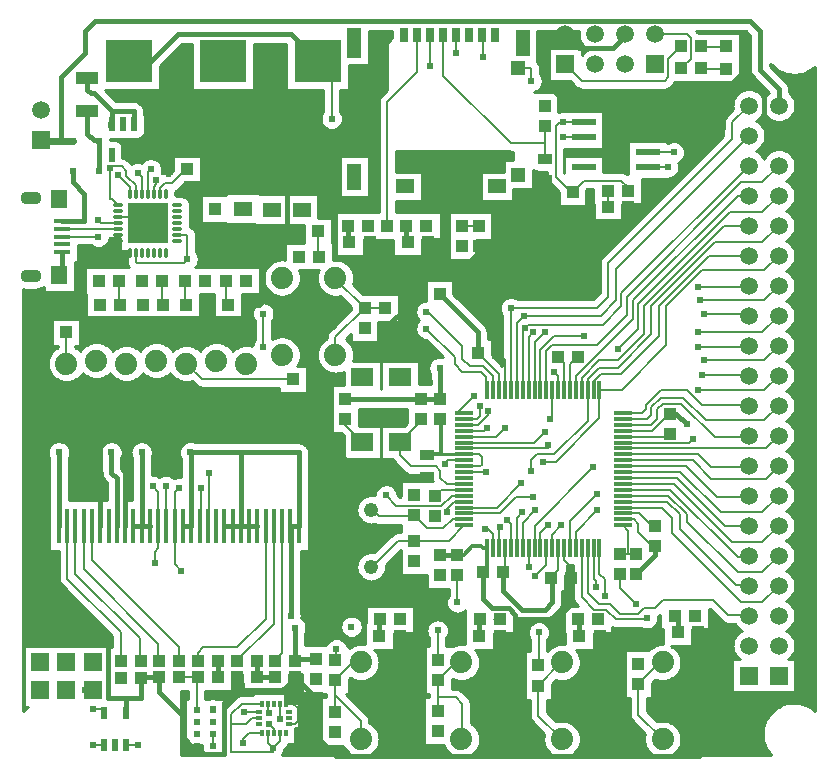
<source format=gbr>
%TF.GenerationSoftware,Novarm,DipTrace,3.2.0.1*%
%TF.CreationDate,2018-12-02T20:47:13-08:00*%
%FSLAX26Y26*%
%MOIN*%
%TF.FileFunction,Copper,L1,Top*%
%TF.Part,Single*%
%AMOUTLINE0*
4,1,4,
-0.035433,0.019685,
-0.035433,-0.019685,
0.035433,-0.019685,
0.035433,0.019685,
-0.035433,0.019685,
0*%
%AMOUTLINE1*
4,1,4,
0.026163,0.026163,
0.026205,-0.026121,
-0.026121,-0.026205,
-0.026163,0.026163,
0.026163,0.026163,
0*%
%AMOUTLINE2*
4,1,4,
-0.023622,0.015748,
-0.023622,-0.015748,
0.023622,-0.015748,
0.023622,0.015748,
-0.023622,0.015748,
0*%
%AMOUTLINE3*
4,1,4,
-0.010827,-0.023622,
0.010827,-0.023622,
0.010827,0.023622,
-0.010827,0.023622,
-0.010827,-0.023622,
0*%
%TA.AperFunction,Conductor*%
%ADD15C,0.007*%
%ADD16C,0.006*%
%ADD17C,0.015748*%
%ADD18C,0.008*%
%ADD19C,0.012*%
%ADD20C,0.011811*%
%ADD21C,0.01*%
%ADD22C,0.015*%
%ADD23C,0.023622*%
%ADD24R,0.15748X0.141732*%
%ADD26R,0.03937X0.043307*%
%ADD27R,0.043307X0.03937*%
%ADD28R,0.059055X0.051181*%
%ADD30R,0.023622X0.023622*%
%TA.AperFunction,ComponentPad*%
%ADD33R,0.059055X0.059055*%
%ADD34C,0.059055*%
%ADD36R,0.05315X0.015748*%
%ADD37R,0.055118X0.062992*%
%TA.AperFunction,ComponentPad*%
%ADD38O,0.070866X0.043307*%
%ADD39R,0.031496X0.048819*%
%ADD40R,0.045276X0.098425*%
%ADD41R,0.045276X0.086614*%
%ADD42R,0.059055X0.045276*%
%ADD43R,0.045669X0.047244*%
%ADD44R,0.045669X0.049213*%
%TA.AperFunction,ComponentPad*%
%ADD45C,0.074*%
%ADD48R,0.06X0.06*%
%ADD50R,0.062992X0.011811*%
%ADD51R,0.011811X0.062992*%
%ADD53O,0.033465X0.011811*%
%ADD54O,0.011811X0.033465*%
%ADD55R,0.137795X0.137795*%
%ADD56R,0.015748X0.11811*%
%ADD58R,0.023622X0.043307*%
%ADD60R,0.011811X0.019685*%
%ADD61R,0.019685X0.011811*%
%TA.AperFunction,ComponentPad*%
%ADD62R,0.05937X0.05937*%
%ADD63C,0.05937*%
%ADD64R,0.07874X0.023622*%
%ADD68R,0.074803X0.059055*%
%TA.AperFunction,ComponentPad*%
%ADD69C,0.048*%
%TA.AperFunction,ViaPad*%
%ADD70C,0.024*%
%ADD149OUTLINE0*%
%TA.AperFunction,ComponentPad*%
%ADD150OUTLINE1*%
%ADD151OUTLINE2*%
%ADD152OUTLINE3*%
%TA.AperFunction,CopperBalancing*%
%ADD153C,0.01*%
G75*
G01*
%LPD*%
X1280265Y593701D2*
D15*
Y543105D1*
X1281108Y543948D1*
X1399845Y678309D2*
Y676877D1*
X1399950Y676772D1*
X1894685Y1444340D2*
D16*
X2174950D1*
Y1456201D1*
X2680961Y1937551D2*
X2893802D1*
X2943701Y1987450D1*
X1894685Y1464025D2*
X2126525D1*
X2162452Y1499952D1*
X2674711Y1981297D2*
X2837547D1*
X2843701Y1987450D1*
X1007110Y681201D2*
D15*
X945460D1*
X1002314Y572369D2*
Y676404D1*
X1007110Y681201D1*
X2286418Y1111663D2*
Y947865D1*
X2328082Y906201D1*
X2368702D1*
X2399740Y875163D1*
X2499730D1*
X2502855Y878288D1*
X2306103Y1111663D2*
D16*
Y962551D1*
X2343496Y925158D1*
X2380992D1*
X2412239Y893911D1*
X2474732D1*
X2493481Y912659D1*
X2530977D1*
X2555974Y937656D1*
X2724706D1*
X2774701Y887662D1*
X2843490D1*
X2843701Y887450D1*
X2422244Y1385285D2*
D15*
Y1384326D1*
Y1385285D2*
D16*
X2633290D1*
X2737205Y1281370D1*
X2837621D1*
X2843701Y1287450D1*
X2422244Y1365600D2*
X2615479D1*
X2749704Y1231376D1*
X2887626D1*
X2943701Y1287450D1*
X2247047Y1111663D2*
Y1203670D1*
X2337247Y1293869D1*
X2687210Y1687578D2*
X2843574D1*
X2843701Y1687450D1*
X2422244Y1404970D2*
X2657351D1*
X2718457Y1343864D1*
X2900114D1*
X2943701Y1387450D1*
X2266732Y1111663D2*
Y1167110D1*
X2337247Y1237625D1*
X2674711Y1637583D2*
X2893834D1*
X2943701Y1687450D1*
X2168307Y1639222D2*
Y1768612D1*
X2187263Y1787567D1*
X2337247D1*
X2437236Y1887557D1*
Y1950050D1*
X2818446Y2331260D1*
X2887511D1*
X2943701Y2387450D1*
X938681Y2155882D2*
D15*
X971765D1*
Y2075037D1*
X959267Y2062538D1*
X803033D1*
X799908Y2065663D1*
Y2097805D1*
X800886Y2096827D1*
X970858Y2375912D2*
D3*
X800886Y2293677D2*
Y2320908D1*
X768701Y2353093D1*
Y2368717D1*
X753038Y2384379D1*
X718667D1*
X712452Y2378164D1*
Y2275016D1*
X721122D1*
X741831Y2254307D1*
X879626Y2293677D2*
Y2310988D1*
X896773Y2328135D1*
X921771D1*
X971765Y2378130D1*
Y2375005D1*
X554235Y2149952D2*
X674921D1*
Y2206273D2*
X684295Y2196899D1*
X743478D1*
X741831Y2195252D1*
X554235Y2175542D2*
X741831Y2175567D1*
X781201Y2293677D2*
Y2315596D1*
X740540Y2356257D1*
X1562452Y1846936D2*
Y1845523D1*
X2372525Y2304045D2*
D16*
Y2252236D1*
X2374743Y2250019D1*
X888710Y2003170D2*
D15*
Y1925053D1*
X891835Y1921928D1*
X741831Y2214937D2*
D16*
X820571D1*
X840256Y2195252D1*
X545377Y2275936D2*
D17*
X548502D1*
X837404Y2193774D2*
Y2196899D1*
X841903D1*
X840256Y2195252D1*
X1252987Y2240645D2*
D3*
X1352978D2*
D3*
X756299Y2524949D2*
D3*
X1091242Y2734324D2*
Y2709324D1*
X1205118Y1187454D2*
X1177559D1*
X1202621Y681201D2*
X1196826D1*
Y684326D1*
X1074879D2*
Y681201D1*
X1074040D1*
X1257591Y445436D2*
D15*
X1240895Y462131D1*
Y495276D1*
X1211368Y544488D2*
X1187908D1*
X1168372Y524952D1*
X1118625D1*
Y431460D1*
X1257591D1*
Y445436D1*
X1074040Y681201D2*
D17*
Y736957D1*
X1073772Y737225D1*
X1202536D2*
Y681286D1*
X1202621Y681201D1*
X1264138D1*
X1264370Y680969D1*
X1399950Y743701D2*
X1337776D1*
X1331299Y737225D1*
X1221210Y593701D2*
D15*
X1152755D1*
X1118625Y559571D1*
Y524952D1*
X1177559Y1187454D2*
D17*
X1150000D1*
X1122441D1*
X1094882D1*
X984646D2*
X971826D1*
X957087D1*
X846851D2*
X819292D1*
X791732D1*
X1796824Y1220521D2*
Y1214272D1*
X1728075Y1059658D2*
Y1070521D1*
X1315355Y1187454D2*
X1315576D1*
Y887450D1*
X1280265Y495276D2*
D15*
Y468110D1*
X1257591Y445436D1*
X681171Y1921928D2*
D17*
D3*
X824906D2*
D3*
X1787305Y1215752D2*
X1792055D1*
X1796824Y1220521D1*
X1331299Y737225D2*
Y846844D1*
X2422244Y1227805D2*
D16*
X2478347D1*
X2520526Y1185625D1*
X2531200D1*
X2207677Y1111663D2*
Y1037499D1*
X2182827Y1012649D1*
X2030512Y1111663D2*
Y1038475D1*
X2023294Y1031257D1*
D17*
Y970389D1*
X2087273Y906410D1*
X2162265D1*
X2187263Y931407D1*
Y1017084D1*
X2182827Y1012649D1*
X749696Y680526D2*
Y684326D1*
X1002314Y492841D2*
Y492840D1*
X787683Y2250181D2*
Y2247826D1*
X840256Y2195252D1*
X887452Y2249950D2*
Y2242448D1*
X840256Y2195252D1*
X554235Y2098771D2*
Y2032826D1*
X545377Y2023967D1*
X887310Y2143841D2*
Y2148198D1*
X840256Y2195252D1*
X545377Y2020030D2*
Y2023967D1*
X787683Y2143780D2*
X788784D1*
X840256Y2195252D1*
X1894685Y1404970D2*
D18*
X1842162D1*
X1831050Y1393858D1*
X1728075Y1290883D2*
Y1288756D1*
X1497617Y1608554D2*
D17*
X1747591D1*
X1749809Y1610772D1*
X1815427D1*
X1315355Y1187454D2*
X1342914D1*
X1062452Y2243701D2*
D3*
X1156201Y2243898D2*
Y2243701D1*
X984646Y1187454D2*
Y1431201D1*
X1150000D1*
X1343701D1*
Y1188242D1*
X819292Y1187454D2*
Y1431201D1*
X718701D2*
Y1362452D1*
X736614Y1344538D1*
Y1187454D1*
X731071Y456457D2*
D3*
X2422244Y1503395D2*
D16*
X2521776D1*
X2580971Y1562591D1*
Y1560777D1*
X2247047Y1639222D2*
Y1724179D1*
X2272940Y1750071D1*
X2010827Y1639222D2*
Y1690845D1*
X1939103Y1762570D1*
D17*
Y1831313D1*
X1812302Y1958113D1*
X1531082Y2799961D2*
Y2799009D1*
X1528181Y2796109D1*
X1912292Y2824958D2*
Y2821545D1*
X1911646Y2820899D1*
X2093523Y2793711D2*
X2093177D1*
X2090780Y2796109D1*
X2162265Y2587483D2*
Y2585670D1*
X1524832Y2343759D2*
Y2346697D1*
X1528181Y2350046D1*
X1693565Y2318761D2*
X1697261D1*
X1697473Y2318550D1*
X1999782D2*
X2003772D1*
X2074774Y2356257D2*
Y2356876D1*
X2293502Y2381255D2*
Y2381239D1*
X2023294Y1031257D2*
Y1029911D1*
X2530977Y1187630D2*
Y1185848D1*
X2531200Y1185625D1*
X1939103Y1762570D2*
D3*
X1815427Y1610772D2*
Y1709450D1*
X1812302Y1712575D1*
X2272940Y1750071D2*
X2274753D1*
X2580971Y1560777D2*
X2601533D1*
X2637215Y1525095D1*
X1150000Y1187454D2*
Y1431201D1*
X981201D2*
X984646D1*
X543701Y1187454D2*
Y1431201D1*
X1462339Y500202D2*
D3*
X1806053Y502016D2*
D3*
X2422244Y1345915D2*
D16*
X2603918D1*
X2762382Y1187450D1*
X2843701D1*
X1057432Y492841D2*
D15*
Y453078D1*
X1611960Y818701D2*
D17*
Y872772D1*
X1614137Y874949D1*
X1945293Y818701D2*
Y874722D1*
X1945521Y874950D1*
X2278625Y818701D2*
Y868883D1*
X2272559Y874949D1*
X2605709Y831201D2*
Y877263D1*
X2595523Y887449D1*
X2422244Y1286860D2*
D16*
X2575482D1*
X2637215Y1225126D1*
Y1200129D1*
X2805948Y1031397D1*
X2887647D1*
X2943701Y1087450D1*
X2325788Y1639222D2*
Y1669869D1*
X2349746Y1693827D1*
X2418488D1*
X2543475Y1818814D1*
Y1918803D1*
X2712122Y2087450D1*
X2843701D1*
X2089567Y1639222D2*
Y1839567D1*
X2097213Y1847213D1*
X2106310Y1856310D1*
X2355995D1*
X2418488Y1918803D1*
Y1962238D1*
X2843701Y2387450D1*
X1956201Y2749950D2*
Y2819651D1*
X1954953Y2820899D1*
X2293502Y2481239D2*
X2293496Y2481244D1*
X2224759D1*
X2422244Y1267175D2*
X2570170D1*
X2612218Y1225126D1*
Y1175131D1*
X2799698Y987651D1*
X2843500D1*
X2843701Y987450D1*
X2345473Y1639222D2*
X2420128D1*
X2568473Y1787567D1*
Y1918803D1*
X2687210Y2037541D1*
X2893792D1*
X2943701Y2087450D1*
X2345473Y1639222D2*
Y1545474D1*
X2199950Y1399952D1*
X2156201D1*
X1043701Y1362452D2*
Y1183517D1*
X1039764Y1187454D1*
X2069882Y1639222D2*
Y1863633D1*
X2093701Y1887452D1*
X2349641D1*
X2399740Y1937551D1*
Y2043490D1*
X2843701Y2487450D1*
X2574722Y2381255D2*
X2506116D1*
X2506100Y2381239D1*
X1781201Y2718701D2*
Y2820376D1*
X1781725Y2820899D1*
X693670Y562756D2*
Y575194D1*
X656173D1*
Y731428D2*
D3*
X1221210Y495276D2*
X1176192D1*
X1156121Y475205D1*
Y462706D1*
X568683Y637688D2*
D3*
X481192D2*
Y650187D1*
X1243612Y525200D2*
X1260580Y508231D1*
Y495276D1*
X1057432Y532605D2*
D3*
X631176Y637688D2*
X656173D1*
X653937Y1187454D2*
Y1070965D1*
X943701Y781201D1*
Y738533D1*
X945009Y737225D1*
X626378Y1187454D2*
Y1042273D1*
X874950Y793701D1*
Y740355D1*
X878080Y737225D1*
X818701Y743701D2*
D15*
Y739680D1*
X816246Y737225D1*
X598819Y1187454D2*
D16*
Y1026084D1*
X812452Y812452D1*
Y741019D1*
X816246Y737225D1*
X571260Y1187454D2*
Y1009891D1*
X749950Y831201D1*
Y737858D1*
X749316Y737225D1*
X1232677Y1187454D2*
D15*
Y876427D1*
X1137452Y781201D1*
X1024952D1*
X1006201Y762450D1*
Y737866D1*
X1006843Y737225D1*
X1287795Y1187454D2*
Y762794D1*
X1263298Y738297D1*
X1264370Y737225D1*
X1260236Y1187454D2*
Y860236D1*
X1131201Y731201D1*
Y741630D1*
X1135607Y737225D1*
X929528Y1187454D2*
D16*
X931145Y1189071D1*
Y1200129D1*
X929528Y1187454D2*
Y1057874D1*
X949950Y1037452D1*
X481192Y724961D2*
Y731428D1*
X929528Y1187454D2*
Y1298278D1*
X943701Y1312452D1*
X2131019Y1018898D2*
X2168307Y1056187D1*
Y1111663D1*
X2286418Y1639222D2*
Y1680494D1*
X2343496Y1737572D1*
X2405990D1*
X2493481Y1825063D1*
Y1918803D1*
X2762128Y2187450D1*
X2843701D1*
X1887625Y2105953D2*
Y2118873D1*
X2128937Y1639222D2*
Y1797984D1*
X2162265Y1831313D1*
X1887453Y2118701D2*
X1887625Y2118873D1*
X744975Y2003170D2*
D15*
Y1925053D1*
X748100Y1921928D1*
X820571Y2293677D2*
D16*
X818701D1*
X820571D2*
Y2348082D1*
X806201Y2362452D1*
X1031777Y2005626D2*
X1029320Y2003170D1*
X1768701Y1843701D2*
X1862450Y1749952D1*
Y1724953D1*
X1887452Y1699952D1*
X1949950D1*
X1968701Y1681201D1*
Y1641978D1*
X1971457Y1639222D1*
X840256Y2293677D2*
Y2365358D1*
X849903Y2375005D1*
X1168620Y2006282D2*
Y2004983D1*
X1166806Y2003170D1*
X1768557Y1900055D2*
X1774806D1*
X1887450Y1787411D1*
Y1743666D1*
X1912292Y1718824D1*
X1956037D1*
X1990576Y1684285D1*
Y1638656D1*
X1991142Y1639222D1*
X2422244Y1562450D2*
X2487091D1*
X2499730Y1575089D1*
Y1587588D1*
X2549725Y1637583D1*
X2637215D1*
X2687210Y1587588D1*
X2843563D1*
X2843701Y1587450D1*
X2422244Y1542765D2*
X2504902D1*
X2518478Y1556341D1*
Y1581339D1*
X2549725Y1612586D1*
X2624717D1*
X2699709Y1537593D1*
X2893844D1*
X2943701Y1587450D1*
X2422244Y1523080D2*
X2516463D1*
X2537226Y1543843D1*
Y1575089D1*
X2555974Y1593837D1*
X2618467D1*
X2730956Y1481349D1*
X2837600D1*
X2843701Y1487450D1*
X2422244Y1444340D2*
X2900591D1*
X2943701Y1487450D1*
X2422244Y1424655D2*
X2675162D1*
X2718457Y1381360D1*
X2837610D1*
X2843701Y1387450D1*
X2090398Y1112494D2*
D15*
X2089567Y1111663D1*
D16*
Y1196173D1*
X2131019Y1237625D1*
X2674711Y1781318D2*
X2837568D1*
X2843701Y1787450D1*
X2131019Y1109582D2*
D15*
X2128937Y1111663D1*
D16*
Y1185549D1*
X2324748Y1381360D1*
X2693460Y1737572D2*
X2893823D1*
X2943701Y1787450D1*
X1406307Y2168872D2*
D15*
Y2088032D1*
X1410887Y2083452D1*
X1749809Y1543843D2*
Y1534469D1*
X1681066Y1465726D1*
X1894685Y1326230D2*
X1836185D1*
X1815427Y1346988D1*
Y1368861D1*
X1799803Y1384484D1*
X1718562D1*
X1681066Y1421981D1*
Y1465726D1*
X1497617Y1541625D2*
Y1523191D1*
X1555082Y1465726D1*
X1894685Y1286860D2*
X1852163D1*
X1818551Y1253248D1*
X1668567D1*
X1634196Y1287620D1*
X1556079Y1465726D2*
X1555082D1*
X859941Y2293677D2*
X859277Y2294341D1*
Y2315637D1*
X868701Y2325061D1*
Y2340576D1*
X1224864Y1893788D2*
D16*
Y1781318D1*
X2465576Y924952D2*
D15*
X2412239Y978289D1*
Y1026961D1*
X962391Y2003170D2*
Y1925053D1*
X965516Y1921928D1*
X2530977Y2824969D2*
D16*
X2637205D1*
X2649714Y2812460D1*
Y2743717D1*
X2618467Y2712470D1*
X2207677Y1639222D2*
Y1685911D1*
X2193512Y1700076D1*
X2405990Y1775068D2*
X2474732Y1843811D1*
Y1925053D1*
X2780950Y2231271D1*
X2887521D1*
X2943701Y2287450D1*
X2768208Y2709334D2*
D15*
X2688533D1*
X2685397Y2712470D1*
X1701771Y2187452D2*
D17*
Y2135474D1*
X1705870Y2131374D1*
X2422244Y1306545D2*
D16*
X2580794D1*
X2805948Y1081391D1*
X2837642D1*
X2843701Y1087450D1*
X2306103Y1639222D2*
Y1675181D1*
X2343496Y1712575D1*
X2405990D1*
X2518478Y1825063D1*
Y1918803D1*
X2730956Y2131281D1*
X2887532D1*
X2943701Y2187450D1*
X1012205Y1187454D2*
X1018701D1*
Y1312450D1*
X2118701Y1368701D2*
Y1406201D1*
X2137452Y1424952D1*
X2193701D1*
X2306201Y1537452D1*
Y1639124D1*
X2306103Y1639222D1*
X2050197D2*
Y1912452D1*
X2337145D1*
X2374743Y1950050D1*
Y2062538D1*
X2787200Y2474995D1*
Y2530949D1*
X2843701Y2587450D1*
X2593470Y2431250D2*
X2506110D1*
X2506100Y2431239D1*
X1868546Y2762465D2*
Y2820692D1*
X1868339Y2820899D1*
X1894685Y1247490D2*
X2003398D1*
X2084149Y1328240D1*
X2693806Y1893806D2*
X2837345D1*
X2843701Y1887450D1*
X2345473Y1111663D2*
D15*
Y1026295D1*
X2362450Y1009318D1*
Y953076D1*
X1240895Y593701D2*
Y562696D1*
X1243612D1*
X1871067Y1022534D2*
Y931960D1*
X1871826Y931201D1*
X768473Y456457D2*
D16*
X806158D1*
X1002314Y532604D2*
D15*
Y532605D1*
X2162265Y2408376D2*
Y2462496D1*
Y2518740D1*
Y2462496D2*
X2049777D1*
X1825032Y2687242D1*
Y2820899D1*
X1506198Y2187452D2*
D17*
Y2137276D1*
X1512100Y2131374D1*
X1894685Y1227805D2*
D16*
X2014960D1*
X2068525Y1281370D1*
X2124769D1*
X2674711Y1831313D2*
X2887563D1*
X2943701Y1887450D1*
X2325788Y1111663D2*
D15*
X2327873Y1113748D1*
Y1009524D1*
X2334326Y1003071D1*
Y981201D1*
X1211368Y564173D2*
X1160723D1*
X1815427Y1022534D2*
X1814811D1*
X1057432Y572369D2*
X1056131D1*
Y575194D1*
X693670Y456457D2*
D16*
X656173D1*
X2422244Y1326230D2*
X2592356D1*
X2787200Y1131386D1*
X2887637D1*
X2943701Y1187450D1*
X2422244Y1247490D2*
X2552358D1*
X2587221Y1212628D1*
Y1162633D1*
X2818446Y931407D1*
X2887658D1*
X2943701Y987450D1*
X1464774Y672767D2*
D15*
X1522958Y730950D1*
X1549950D1*
X1462339Y567131D2*
D16*
Y623915D1*
Y670331D1*
X1464774Y672767D1*
X1549950Y474950D2*
Y536303D1*
X1462339Y623915D1*
X1885368Y730950D2*
D15*
X1866743D1*
X1808559Y672767D1*
X1806053Y568945D2*
D16*
Y615286D1*
Y670260D1*
X1808559Y672767D1*
X1806053Y615286D2*
X1865950D1*
X1887294Y593942D1*
Y476877D1*
X1885368Y474950D1*
X2220784Y730950D2*
D15*
X2218609D1*
X2141673Y654015D1*
D16*
Y554061D1*
X2220784Y474950D1*
X2187992Y1639222D2*
D15*
X2185624D1*
X2187992D2*
D16*
Y1550822D1*
X2181013Y1543843D1*
X2143517Y831418D2*
Y722788D1*
X2141673Y720944D1*
X2475170Y658054D2*
D15*
X2548066Y730950D1*
X2556201D1*
X2475170Y658054D2*
D16*
Y555982D1*
X2556201Y474950D1*
X2069882Y1111663D2*
Y1213984D1*
X2087273Y1231376D1*
X2474732Y725420D2*
X2475170Y724983D1*
X1894685Y1483710D2*
D15*
Y1484326D1*
Y1483710D2*
X1897432D1*
X1894685D2*
D16*
X2002143D1*
X2031029Y1512596D1*
X568701Y1727450D2*
Y1829481D1*
X566869Y1831313D1*
X1894685Y1542765D2*
D15*
X1908390D1*
X1894685D2*
X1936515D1*
X1946826Y1553076D1*
Y1587452D1*
X1894685Y1562450D2*
X1871826D1*
X1928076Y1618701D1*
X1324853Y1675079D2*
D16*
X1021072D1*
X968701Y1727450D1*
X1894685Y1523080D2*
D15*
Y1521826D1*
X1940269D1*
X1974950Y1556507D1*
Y1568700D1*
X1968847Y1512596D2*
X1959327Y1503076D1*
X1895004D1*
X1894685Y1503395D1*
X2266732Y1639222D2*
D16*
Y1685806D1*
X2455984Y1875058D1*
Y1937551D1*
X2805883Y2287450D1*
X2843701D1*
X2230977Y2724969D2*
X2287221Y2668725D1*
X2562223D1*
X2574722Y2681223D1*
Y2743717D1*
X2616250Y2785244D1*
X2768208Y2784334D2*
D15*
X2765323D1*
X2762202Y2781213D1*
X2680961D1*
Y2783026D1*
X2683179Y2785244D1*
X1099877Y2003170D2*
Y1928177D1*
X1106126Y1921928D1*
X1991142Y1111663D2*
Y1128995D1*
Y1111663D2*
D16*
Y1158774D1*
X1974785Y1175131D1*
X1962286D1*
X1468588Y775173D2*
Y743509D1*
X1464774Y739696D1*
X1808559D2*
X1806053Y742202D1*
Y837667D1*
X2012281Y1181381D2*
X2010827Y1179927D1*
Y1111663D1*
X776281Y2734324D2*
D17*
X849885D1*
X940519Y2824958D1*
X1315568D1*
X1406202Y2734324D1*
X1866849Y1267175D2*
D15*
X1894685D1*
X1860600D1*
X1837299Y1243874D1*
Y1231376D1*
X1453076Y2543701D2*
Y2687450D1*
X1406202Y2734324D1*
X2422244Y1483710D2*
D16*
X2572361D1*
X2580971Y1492320D1*
Y1493848D1*
X1971457Y1111663D2*
D19*
Y1046349D1*
X1956365Y1031257D1*
X2230977Y2824969D2*
D17*
X2277857Y2778088D1*
X2390366D1*
X2430977Y2818698D1*
Y2824969D1*
X1727950Y730950D2*
Y474950D1*
X2734201Y730950D2*
Y474950D1*
X2398784Y730950D2*
Y474950D1*
X2063368Y730950D2*
Y474950D1*
Y730950D2*
X2065400Y732983D1*
Y818701D1*
Y875163D1*
Y890786D1*
X2043528Y912659D1*
X1987284D1*
X1956037Y943906D1*
Y1030929D1*
X1956365Y1031257D1*
X2065400Y875163D2*
X2199761D1*
X2249756Y925158D1*
Y1012649D1*
X1727950Y628318D2*
Y730950D1*
X1956365Y1031257D2*
X1962146D1*
Y1025007D1*
X2422244Y1208120D2*
D16*
X2460532D1*
X2474950Y1193701D1*
Y1165576D1*
X2521831Y1118696D1*
X2531200D1*
X2249756Y1012649D2*
Y1050145D1*
X2227362Y1072538D1*
Y1111663D1*
X1135692Y681201D2*
D17*
Y638239D1*
X1288570D1*
X1299950Y649620D1*
X1331299Y680969D1*
X1309793Y524803D2*
D16*
X1330706D1*
X1340477Y534574D1*
Y578319D1*
X1325095Y593701D1*
X1299950D1*
D20*
Y611418D1*
D17*
Y649620D1*
X1814811Y1089463D2*
X1871067D1*
D19*
X1892242D1*
X1921666Y1118887D1*
X1950453D1*
X1957677Y1111663D1*
X1971457D1*
X2012222Y818701D2*
D17*
X2065400D1*
X1678889D2*
Y780012D1*
X1727950Y730950D1*
X2345554Y818701D2*
Y784180D1*
X2398784Y730950D1*
X2672638Y831201D2*
Y792513D1*
X2734201Y730950D1*
X1579029Y2131374D2*
X1624777D1*
X1637450Y2118701D1*
X1352978Y2315448D2*
X1303284D1*
X1252987D1*
X793701Y2422579D2*
Y2421876D1*
X903929D1*
Y2375912D1*
X1156201Y2318701D2*
X1115561D1*
X1093025Y2341236D1*
X1012386Y2421876D1*
X903929D1*
X741831Y2155882D2*
D20*
X743701D1*
Y2136197D1*
X741831D1*
X468701Y1737450D2*
D17*
Y1740689D1*
X440571Y1768819D1*
Y1878183D1*
X499940D1*
X611647D1*
X1032445D1*
X1173055D1*
Y1921928D1*
X611647Y1878183D2*
D21*
Y2037260D1*
X693088Y2118701D1*
X743701D1*
Y2134327D1*
X741831Y2136197D1*
X1032445Y1921928D2*
D17*
Y1878183D1*
X2835137Y2784334D2*
Y2709334D1*
Y2702029D1*
X2893439Y2643727D1*
Y2537713D1*
X2943701Y2487450D1*
X878530Y681201D2*
X817299D1*
X816625Y680526D1*
X1002314Y453078D2*
X984324D1*
X959326Y478076D1*
Y549952D1*
X878076Y631201D1*
Y680747D1*
X878530Y681201D1*
X1002314Y453078D2*
Y450713D1*
X1028076Y424950D1*
X1093701D1*
Y596248D1*
X1135692Y638239D1*
X1339378Y2168872D2*
X1324948D1*
X1224864Y2068788D1*
Y1948236D1*
Y1937551D1*
X1209240Y1921928D1*
X1173055D1*
X743701Y2118701D2*
D21*
Y2103076D1*
X749950Y2096827D1*
X781201D1*
X1252987Y2315448D2*
D17*
X1159454D1*
X1156201Y2318701D1*
X1062452Y2310630D2*
Y2310663D1*
X1093025Y2341236D1*
X2227362Y1639222D2*
D16*
Y1728719D1*
X2206011Y1750071D1*
X2030512Y1639222D2*
Y1738089D1*
X2006032Y1762570D1*
X2506100Y2531239D2*
D17*
Y2509945D1*
Y2499725D1*
Y2481239D1*
X2293502Y2431239D2*
X2380982D1*
X2455984Y2506242D1*
X2502397D1*
X2506100Y2509945D1*
X1391782Y1675079D2*
Y1808129D1*
X1256110Y1943801D1*
X1229299D1*
X1224864Y1948236D1*
X2006032Y1762570D2*
Y1893806D1*
X1874795Y2025042D1*
X1812302D1*
Y2076137D1*
Y2091872D1*
X1772799Y2131374D1*
X1943538Y2118782D2*
Y2100034D1*
X1868546Y2025042D1*
X1812302D1*
X2256201Y2233023D2*
Y2224826D1*
X2293502Y2187525D1*
X2412239D1*
X2443486Y2218772D1*
Y2248205D1*
X2441672Y2250019D1*
X2505979D1*
X2637215Y2381255D1*
Y2506242D1*
X2512617D1*
X2506100Y2499725D1*
X1943538Y2118782D2*
X2024780D1*
X2162265Y2256268D1*
Y2262225D1*
Y2337509D1*
X2256201Y2233023D2*
X2191467D1*
X2162265Y2262225D1*
X2637215Y2506242D2*
Y2511412D1*
X2835137Y2709334D1*
X2230977Y2824969D2*
X2218520D1*
X2162265Y2768714D1*
Y2668725D1*
X2218509Y2612481D1*
X2530977D1*
X2637215Y2506242D1*
X499940Y1831313D2*
Y1878183D1*
X1352978Y2315448D2*
X1356292Y2318761D1*
X1462339D1*
Y2081286D1*
X1468588Y2075037D1*
X1593786D1*
X1594886Y2076137D1*
X1637450Y2118701D1*
X1594886Y2076137D2*
X1812302D1*
X2531200Y1118696D2*
Y1089864D1*
X2468483Y1027147D1*
X2249756Y1012649D2*
D3*
X1771974Y1350042D2*
X1556150D1*
X1387347Y1518845D1*
Y1670643D1*
X1391782Y1675079D1*
X2580971Y1493848D2*
D3*
X2006032Y1762570D2*
D3*
X2206011Y1750071D2*
D3*
X1812302Y2025042D2*
X1762307D1*
X1706063Y1968798D1*
Y1920385D1*
X1631201Y1845523D1*
X1727950Y474950D2*
Y459452D1*
X1768701Y418701D1*
X2007118D1*
X2011605Y423188D1*
X2063368Y474950D1*
X2011605Y423188D2*
Y418701D1*
X2398784D1*
X2677952D1*
X2734201Y474950D1*
X2398784D2*
Y418701D1*
X1768701D2*
X1468701D1*
X1393701Y493701D1*
Y618567D1*
X1331299Y680969D1*
X816625Y680526D2*
D22*
Y612450D1*
D17*
X768662D1*
Y562756D1*
X768473D1*
X468701Y1737450D2*
X431201Y1699950D1*
Y1512452D1*
Y807274D1*
X706168D1*
Y612450D1*
X768662D1*
X764173Y1187454D2*
Y1512452D1*
X681496D1*
X431201D1*
X681496Y1187454D2*
Y1512452D1*
X1303284Y2315448D2*
Y2168872D1*
X1324948D1*
X1815427Y1543843D2*
D19*
X1818551D1*
Y1425105D1*
X1771974D1*
Y1420908D1*
X1894685Y1385285D2*
D18*
X1947463D1*
X1952912Y1390734D1*
Y1415731D1*
X1943538Y1425105D1*
X1895135D1*
X1894685Y1424655D1*
X1818551Y1425105D2*
D21*
X1894685Y1424655D1*
X676013Y2368756D2*
D17*
Y2468746D1*
Y2471870D1*
X659298D1*
X637425Y2493743D1*
Y2568735D1*
X676013Y2368756D2*
D3*
X821781Y2003170D2*
D3*
X793701Y2524949D2*
Y2568735D1*
X718898D1*
Y2524949D1*
X637425Y2678971D2*
Y2640603D1*
X649924Y2628104D1*
X659529D1*
X718898Y2568735D1*
X678046Y2003170D2*
D16*
D3*
X718667Y2521865D2*
Y2524718D1*
X718898Y2524949D1*
X484316Y2471870D2*
D23*
Y2468746D1*
X549935D1*
X589399D1*
X549935D2*
D17*
Y2681184D1*
X631201Y2762450D1*
Y2837450D1*
X662454Y2868704D1*
X2846568D1*
X2880940Y2834332D1*
Y2706221D1*
X2943701Y2643460D1*
Y2587450D1*
X554235Y2201133D2*
X628051D1*
D22*
Y2293764D1*
X589399Y2332416D1*
Y2368756D1*
X1584326Y1239954D2*
D15*
Y1243750D1*
X1609198Y1218877D1*
X1728075D1*
Y1221827D1*
X1728110D1*
X1771681Y1178256D1*
X1824801D1*
X1856047Y1209503D1*
X1893302D1*
X1894685Y1208120D1*
X1584326Y1049954D2*
Y1047145D1*
X1674631Y1137450D1*
X1728075D1*
X1843701D1*
X1894685Y1188435D1*
X2439454Y2304045D2*
D16*
Y2316698D1*
X2418701Y2337452D1*
X2293701D1*
X2256201Y2299952D1*
X2148622Y1639222D2*
Y1773622D1*
X2193814Y1818814D1*
X2293502D1*
X2224759Y2531239D2*
X2293502D1*
X2256201Y2299952D2*
X2249950D1*
X2199761Y2350141D1*
Y2518512D1*
X2212488Y2531239D1*
X2224759D1*
X1681066Y874949D2*
Y868914D1*
X2037278Y1206378D2*
X2050197Y1193460D1*
Y1111663D1*
X1993533Y875163D2*
D15*
X2012450D1*
Y874950D1*
D16*
Y868914D1*
X2174764Y1187630D2*
X2148622Y1161488D1*
Y1111663D1*
X2339488Y874949D2*
D15*
X2343701D1*
X2187992Y1111663D2*
D16*
Y1157113D1*
X2218509Y1187630D1*
X2337247Y868914D2*
X2345524D1*
X2339488Y874949D1*
X2422244Y1464025D2*
X2535802D1*
X2537226Y1462601D1*
X2643465D1*
X2655963Y1475100D1*
X2662213Y887662D2*
X2662239D1*
X2468483Y1094076D2*
D15*
X2440335D1*
X2412425D1*
X2412239Y1093890D1*
X2440335Y1094076D2*
Y1170344D1*
X2422244Y1188435D1*
X874410Y1187454D2*
D16*
Y1111910D1*
X862450Y1099950D1*
Y1062452D1*
X568456Y731201D2*
X568698D1*
X874410Y1187454D2*
Y1300492D1*
X856201Y1318701D1*
X2109252Y1050145D2*
Y1111663D1*
X1465450Y2012201D2*
D15*
Y2009453D1*
X1562452Y1912452D1*
X1631201D1*
X1465450Y1756201D2*
Y1815450D1*
X1562452Y1912452D1*
X1894685Y1306545D2*
X1815919D1*
X1796824Y1287450D1*
Y1281201D1*
X901969Y1187454D2*
D16*
Y1316795D1*
X899898Y1318866D1*
X1894685Y1365600D2*
D15*
X1965551D1*
X1337352Y2084411D2*
X1342999D1*
X1343958Y2083452D1*
X1637450Y2185630D2*
D3*
X1574960Y2187452D2*
X1573128D1*
X1637450Y2185630D2*
D16*
Y2599950D1*
X1737452Y2699952D1*
Y2819933D1*
X1738418Y2820899D1*
X2109252Y1639222D2*
Y1815795D1*
X2124769Y1831313D1*
X1887625Y2185802D2*
D15*
X1889274Y2187452D1*
X1768710D2*
D3*
X2075032Y2711462D2*
X2118520D1*
Y2668725D1*
X1943538Y2185711D2*
D16*
X1887715D1*
X1887625Y2185802D1*
D70*
X1281108Y543948D3*
X1399845Y678309D3*
X2174950Y1456201D3*
X2680961Y1937551D3*
X2162452Y1499952D3*
X2674711Y1981297D3*
X2502855Y878288D3*
X2337247Y1293869D3*
X2687210Y1687578D3*
X2337247Y1237625D3*
X2674711Y1637583D3*
X970858Y2375912D3*
X971765Y2075037D3*
X712452Y2378164D3*
X674921Y2149952D3*
Y2206273D3*
X740540Y2356257D3*
X1562452Y1846936D3*
X548502Y2275936D3*
X837404Y2193774D3*
X1252987Y2240645D3*
X1352978D3*
X756299Y2524949D3*
X1091242Y2709324D3*
X1196826Y684326D3*
X1074879D3*
X1257591Y445436D3*
X1196826Y684326D3*
X1257591Y445436D3*
X1796824Y1214272D3*
X1728075Y1059658D3*
X1315576Y887450D3*
X1257591Y445436D3*
X681171Y1921928D3*
X1315576Y887450D3*
X824906Y1921928D3*
X1331299Y846844D3*
X1196826Y684326D3*
X749696D3*
X1331299Y846844D3*
X1002314Y492840D3*
X787683Y2250181D3*
X887452Y2249950D3*
X887310Y2143841D3*
X548502Y2275936D3*
X545377Y2020030D3*
X787683Y2143780D3*
X1831050Y1393858D3*
X1728075Y1290883D3*
X1796824Y1214272D3*
X1062452Y2243701D3*
X1156201D3*
X1062452D3*
X1156201D3*
X1252987Y2240645D3*
X819292Y1431201D3*
X718701D3*
X731071Y456457D3*
X1002314Y492840D3*
X1531082Y2799961D3*
X1091242Y2709324D3*
X1912292Y2824958D3*
X2093523Y2793711D3*
X2162265Y2587483D3*
X1524832Y2343759D3*
X1693565Y2318761D3*
X2003772Y2318550D3*
X2074774Y2356257D3*
X2003772Y2318550D3*
X2293502Y2381255D3*
X2023294Y1029911D3*
X2530977Y1187630D3*
X2023294Y1029911D3*
X1939103Y1762570D3*
X1812302Y1712575D3*
X2274753Y1750071D3*
X1939103Y1762570D3*
X2637215Y1525095D3*
X2274753Y1750071D3*
X981201Y1431201D3*
X819292D3*
X543701D3*
X1462339Y500202D3*
X1806053Y502016D3*
X1956201Y2749950D3*
X2097213Y1847213D3*
X2224759Y2481244D3*
X2156201Y1399952D3*
X1043701Y1362452D3*
X2574722Y2381255D3*
X1781201Y2718701D3*
X2093701Y1887452D3*
X656173Y575194D3*
Y731428D3*
X1156121Y462706D3*
X568683Y637688D3*
X481192Y650187D3*
X1243612Y525200D3*
X1057432Y532605D3*
X631176Y637688D3*
X949950Y1037452D3*
X481192Y724961D3*
X943701Y1312452D3*
X2131019Y1018898D3*
X2162265Y1831313D3*
X1887453Y2118701D3*
X806201Y2362452D3*
X1031777Y2005626D3*
X1768701Y1843701D3*
X849903Y2375005D3*
X1168620Y2006282D3*
X1768557Y1900055D3*
X2131019Y1237625D3*
X2674711Y1781318D3*
X2324748Y1381360D3*
X2693460Y1737572D3*
X1634196Y1287620D3*
X1556079Y1465726D3*
X868701Y2340576D3*
X1224864Y1893788D3*
Y1781318D3*
X1518583Y850166D3*
X2465576Y924952D3*
X2193512Y1700076D3*
X2405990Y1775068D3*
X1018701Y1312450D3*
X2118701Y1368701D3*
X2593470Y2431250D3*
X1868546Y2762465D3*
X2050197Y1912452D3*
X2084149Y1328240D3*
X2693806Y1893806D3*
X2362450Y953076D3*
X1243612Y562696D3*
X2362450Y953076D3*
X1871826Y931201D3*
X806158Y456457D3*
X1002314Y532604D3*
X1243612Y562696D3*
X2124769Y1281370D3*
X2674711Y1831313D3*
X2334326Y981201D3*
X1160723Y564173D3*
X1815427Y1022534D3*
X2334326Y981201D3*
X1056131Y575194D3*
X1160723Y564173D3*
X656173Y456457D3*
X1056131Y575194D3*
X2181013Y1543843D3*
X2143517Y831418D3*
X2087273Y1231376D3*
X2474732Y725420D3*
X2031029Y1512596D3*
X1946826Y1587452D3*
X1928076Y1618701D3*
X1974950Y1568700D3*
X1968847Y1512596D3*
X1962286Y1175131D3*
X1468588Y775173D3*
X1806053Y837667D3*
X2012281Y1181381D3*
X1837299Y1231376D3*
X1453076Y2543701D3*
X2468483Y1027147D3*
X2249756Y1012649D3*
X2580971Y1493848D3*
X2468483Y1027147D3*
X2006032Y1762570D3*
X2206011Y1750071D3*
X676013Y2368756D3*
X821781Y2003170D3*
X678046D3*
X718667Y2521865D3*
X2293502Y1818814D3*
X2224759Y2531239D3*
D3*
X1681066Y868914D3*
X2037278Y1206378D3*
X2012450Y868914D3*
X2174764Y1187630D3*
X2218509D3*
X2337247Y868914D3*
X2655963Y1475100D3*
X2662213Y887662D3*
X862450Y1062452D3*
X568456Y731201D3*
X856201Y1318701D3*
X2109252Y1050145D3*
X1796824Y1281201D3*
X899898Y1318866D3*
X1965551Y1365600D3*
X1337352Y2084411D3*
X1637450Y2185630D3*
X1574960Y2187452D3*
X2124769Y1831313D3*
X1637450Y2185630D3*
X1889274Y2187452D3*
X1768710D3*
X2118520Y2668725D3*
X1889274Y2187452D3*
X1577210Y2835110D2*
D153*
X1652965D1*
X2139809D2*
X2275836D1*
X2668226D2*
X2832105D1*
X1577210Y2825242D2*
X1652965D1*
X2139809D2*
X2274898D1*
X2816253D2*
X2841969D1*
X1577210Y2815373D2*
X1652965D1*
X2139809D2*
X2275738D1*
X2816253D2*
X2846656D1*
X1577210Y2805504D2*
X1643902D1*
X2139809D2*
X2278453D1*
X2816253D2*
X2846656D1*
X1577210Y2795635D2*
X1636969D1*
X2139809D2*
X2283356D1*
X2816253D2*
X2846656D1*
X949378Y2785767D2*
X986109D1*
X1196390D2*
X1301070D1*
X1577210D2*
X1634566D1*
X2139809D2*
X2291285D1*
X2816253D2*
X2846656D1*
X939516Y2775898D2*
X986109D1*
X1196390D2*
X1301070D1*
X1577210D2*
X1634488D1*
X2139809D2*
X2174898D1*
X2287054D2*
X2304957D1*
X2816253D2*
X2846656D1*
X929652Y2766029D2*
X986109D1*
X1196390D2*
X1301070D1*
X1577210D2*
X1634488D1*
X2139809D2*
X2174898D1*
X2287054D2*
X2293257D1*
X2816253D2*
X2846656D1*
X919769Y2756160D2*
X986109D1*
X1196390D2*
X1301070D1*
X1577210D2*
X1634488D1*
X2139809D2*
X2174898D1*
X2816253D2*
X2846656D1*
X909906Y2746292D2*
X986109D1*
X1196390D2*
X1301070D1*
X1577210D2*
X1634488D1*
X2139809D2*
X2174898D1*
X2816253D2*
X2846656D1*
X900042Y2736423D2*
X986109D1*
X1196390D2*
X1301070D1*
X1577210D2*
X1634488D1*
X2139809D2*
X2174898D1*
X2816253D2*
X2846656D1*
X890180Y2726554D2*
X986109D1*
X1196390D2*
X1301070D1*
X1577210D2*
X1634488D1*
X2144164D2*
X2174898D1*
X2816253D2*
X2846656D1*
X881429Y2716685D2*
X986109D1*
X1196390D2*
X1301070D1*
X1511352D2*
X1634488D1*
X2147953D2*
X2174898D1*
X2816253D2*
X2846656D1*
X881429Y2706816D2*
X986109D1*
X1196390D2*
X1301070D1*
X1511352D2*
X1634488D1*
X2148421D2*
X2174898D1*
X2816253D2*
X2846656D1*
X2928402D2*
X2936364D1*
X3051038D2*
X3062692D1*
X881429Y2696948D2*
X986109D1*
X1196390D2*
X1301070D1*
X1511352D2*
X1634488D1*
X2148421D2*
X2174898D1*
X2816253D2*
X2847984D1*
X2938265D2*
X2955777D1*
X3031625D2*
X3062692D1*
X881429Y2687079D2*
X986109D1*
X1196390D2*
X1301070D1*
X1511352D2*
X1634488D1*
X2152113D2*
X2174898D1*
X2816253D2*
X2852730D1*
X2948129D2*
X3062692D1*
X881429Y2677210D2*
X986109D1*
X1196390D2*
X1301070D1*
X1511352D2*
X1634488D1*
X2155941D2*
X2174898D1*
X2816253D2*
X2861890D1*
X2958012D2*
X3062692D1*
X881429Y2667341D2*
X986109D1*
X1196390D2*
X1301070D1*
X1511352D2*
X1634488D1*
X2156898D2*
X2247437D1*
X2600492D2*
X2720152D1*
X2816253D2*
X2871753D1*
X2967874D2*
X3062692D1*
X881429Y2657473D2*
X986109D1*
X1196390D2*
X1301070D1*
X1511352D2*
X1634488D1*
X2155180D2*
X2257301D1*
X2592133D2*
X2881637D1*
X2974886D2*
X3062692D1*
X881429Y2647604D2*
X986109D1*
X1196390D2*
X1301070D1*
X1511352D2*
X1634488D1*
X2150394D2*
X2267242D1*
X2582210D2*
X2891500D1*
X2977718D2*
X3062692D1*
X697953Y2637735D2*
X1423180D1*
X1482973D2*
X1634078D1*
X2140453D2*
X2820601D1*
X2866801D2*
X2901364D1*
X2977973D2*
X3062692D1*
X707816Y2627866D2*
X1423180D1*
X1482973D2*
X1624196D1*
X2208344D2*
X2805504D1*
X2881898D2*
X2905504D1*
X2981898D2*
X3062692D1*
X717700Y2617998D2*
X1423180D1*
X1482973D2*
X1614528D1*
X2208344D2*
X2797046D1*
X2890356D2*
X2897062D1*
X2990356D2*
X3062692D1*
X727562Y2608129D2*
X1423180D1*
X1482973D2*
X1609253D1*
X2208344D2*
X2791813D1*
X2995589D2*
X3062692D1*
X810042Y2598260D2*
X1423180D1*
X1482973D2*
X1608042D1*
X2208344D2*
X2788844D1*
X2998558D2*
X3062692D1*
X821546Y2588391D2*
X1423180D1*
X1482973D2*
X1608042D1*
X2208344D2*
X2787789D1*
X2999613D2*
X3062692D1*
X826508Y2578523D2*
X1423180D1*
X1482973D2*
X1608042D1*
X2208344D2*
X2788512D1*
X2998890D2*
X3062692D1*
X827973Y2568654D2*
X1423180D1*
X1482973D2*
X1608042D1*
X2208344D2*
X2783746D1*
X2996313D2*
X3062692D1*
X828793Y2558785D2*
X1417848D1*
X1488305D2*
X1608042D1*
X2359281D2*
X2773864D1*
X2991546D2*
X3062692D1*
X830921Y2548916D2*
X1415034D1*
X1491117D2*
X1608042D1*
X2359281D2*
X2764214D1*
X2883852D2*
X2903550D1*
X2983852D2*
X3062692D1*
X830921Y2539047D2*
X1414977D1*
X1491196D2*
X1608042D1*
X2359281D2*
X2758981D1*
X2870668D2*
X2916734D1*
X2970668D2*
X3062692D1*
X830921Y2529179D2*
X1417613D1*
X1488538D2*
X1608042D1*
X2359281D2*
X2757809D1*
X2880414D2*
X3062692D1*
X830921Y2519310D2*
X1423726D1*
X1482425D2*
X1608042D1*
X2359281D2*
X2757809D1*
X2889437D2*
X3062692D1*
X830921Y2509441D2*
X1437066D1*
X1469086D2*
X1608042D1*
X2359281D2*
X2757809D1*
X2895042D2*
X3062692D1*
X830864Y2499572D2*
X1608042D1*
X2359281D2*
X2757809D1*
X2898265D2*
X3062692D1*
X828109Y2489704D2*
X1608042D1*
X2359281D2*
X2757809D1*
X2899574D2*
X3062692D1*
X819066Y2479835D2*
X1608042D1*
X2359281D2*
X2750874D1*
X2899105D2*
X3062692D1*
X739692Y2469966D2*
X1608042D1*
X2359281D2*
X2741012D1*
X2896781D2*
X3062692D1*
X751996Y2460097D2*
X1608042D1*
X2359281D2*
X2440328D1*
X2618265D2*
X2731129D1*
X2892328D2*
X3062692D1*
X755805Y2450229D2*
X1608042D1*
X2359281D2*
X2440328D1*
X2626702D2*
X2721265D1*
X2885101D2*
X3062692D1*
X756117Y2440360D2*
X1608042D1*
X2229164D2*
X2440328D1*
X2630746D2*
X2711402D1*
X2872973D2*
X2927945D1*
X2959457D2*
X3062692D1*
X756117Y2430491D2*
X1608042D1*
X1666860D2*
X2056969D1*
X2229164D2*
X2440328D1*
X2631860D2*
X2701538D1*
X2878832D2*
X2908570D1*
X2978832D2*
X3062692D1*
X756117Y2420622D2*
X922809D1*
X1018910D2*
X1608042D1*
X1666860D2*
X2056969D1*
X2229164D2*
X2440328D1*
X2630336D2*
X2691656D1*
X2888481D2*
X2898921D1*
X2988481D2*
X3062692D1*
X765864Y2410753D2*
X837906D1*
X861898D2*
X922809D1*
X1018910D2*
X1479137D1*
X1577210D2*
X1608042D1*
X1666860D2*
X2056969D1*
X2359281D2*
X2440328D1*
X2625746D2*
X2681793D1*
X2994437D2*
X3062692D1*
X778402Y2400885D2*
X821910D1*
X877894D2*
X922809D1*
X1018910D2*
X1479137D1*
X1577210D2*
X1608042D1*
X1666860D2*
X2025797D1*
X2359281D2*
X2440328D1*
X2616313D2*
X2671929D1*
X2997953D2*
X3062692D1*
X884710Y2391016D2*
X922809D1*
X1018910D2*
X1479137D1*
X1577210D2*
X1608042D1*
X1666860D2*
X2025797D1*
X2359281D2*
X2440328D1*
X2611820D2*
X2662066D1*
X2999516D2*
X3062692D1*
X887797Y2381147D2*
X922809D1*
X1018910D2*
X1479137D1*
X1577210D2*
X1608042D1*
X1666860D2*
X2025797D1*
X2359281D2*
X2440328D1*
X2613129D2*
X2652184D1*
X2999261D2*
X3062692D1*
X891058Y2371278D2*
X922809D1*
X1018910D2*
X1479137D1*
X1577210D2*
X1608042D1*
X1666860D2*
X2025797D1*
X2359281D2*
X2440328D1*
X2611761D2*
X2642320D1*
X2997192D2*
X3062692D1*
X900765Y2361410D2*
X913180D1*
X1018910D2*
X1479137D1*
X1577210D2*
X1608042D1*
X1753402D2*
X1947848D1*
X2124261D2*
X2170368D1*
X2434945D2*
X2440319D1*
X2607425D2*
X2632457D1*
X2993070D2*
X3062692D1*
X1018910Y2351541D2*
X1479137D1*
X1577210D2*
X1608042D1*
X1753402D2*
X1947848D1*
X2124261D2*
X2170368D1*
X2598441D2*
X2622574D1*
X2986273D2*
X3062692D1*
X1018910Y2341672D2*
X1479137D1*
X1577210D2*
X1608042D1*
X1753402D2*
X1947848D1*
X2124261D2*
X2171656D1*
X2487504D2*
X2612710D1*
X2975062D2*
X3062692D1*
X1018910Y2331803D2*
X1479137D1*
X1577210D2*
X1608042D1*
X1753402D2*
X1947848D1*
X2124261D2*
X2177066D1*
X2487504D2*
X2602848D1*
X2977093D2*
X3062692D1*
X957445Y2321935D2*
X1479137D1*
X1577210D2*
X1608042D1*
X1753402D2*
X1947848D1*
X2124261D2*
X2186813D1*
X2487504D2*
X2592984D1*
X2987445D2*
X3062692D1*
X947562Y2312066D2*
X1479137D1*
X1577210D2*
X1608042D1*
X1753402D2*
X1947848D1*
X2124261D2*
X2196676D1*
X2487504D2*
X2583101D1*
X2993813D2*
X3062692D1*
X935512Y2302197D2*
X1479137D1*
X1577210D2*
X1608042D1*
X1753402D2*
X1947848D1*
X2059692D2*
X2206538D1*
X2302289D2*
X2324469D1*
X2487504D2*
X2573238D1*
X2997621D2*
X3062692D1*
X931625Y2292328D2*
X1100269D1*
X1212133D2*
X1479137D1*
X1577210D2*
X1608042D1*
X1753402D2*
X1947848D1*
X2059692D2*
X2210113D1*
X2302289D2*
X2324469D1*
X2487504D2*
X2563374D1*
X2999418D2*
X3062692D1*
X964202Y2282460D2*
X1016364D1*
X1408910D2*
X1479137D1*
X1577210D2*
X1608042D1*
X1753402D2*
X1947848D1*
X2059692D2*
X2210113D1*
X2302289D2*
X2324469D1*
X2487504D2*
X2553492D1*
X2999398D2*
X3062692D1*
X975921Y2272591D2*
X1016364D1*
X1408910D2*
X1608042D1*
X1753402D2*
X1947848D1*
X2059692D2*
X2210113D1*
X2302289D2*
X2324469D1*
X2487504D2*
X2543629D1*
X2997582D2*
X3062692D1*
X980668Y2262722D2*
X1016364D1*
X1408910D2*
X1608042D1*
X1666860D2*
X2210113D1*
X2302289D2*
X2324469D1*
X2487504D2*
X2533765D1*
X2993753D2*
X3062692D1*
X981781Y2252853D2*
X1016364D1*
X1408910D2*
X1608042D1*
X1666860D2*
X2326696D1*
X2422797D2*
X2523902D1*
X2987368D2*
X3062692D1*
X980668Y2242984D2*
X1016364D1*
X1408910D2*
X1608042D1*
X1666860D2*
X2326696D1*
X2422797D2*
X2514020D1*
X2976957D2*
X3062692D1*
X981781Y2233116D2*
X1016364D1*
X1408910D2*
X1608042D1*
X1666860D2*
X2326696D1*
X2422797D2*
X2504156D1*
X2975218D2*
X3062692D1*
X980688Y2223247D2*
X1016364D1*
X1408910D2*
X1458141D1*
X1816761D2*
X1841538D1*
X1989633D2*
X2326696D1*
X2422797D2*
X2494293D1*
X2986370D2*
X3062692D1*
X981781Y2213378D2*
X1016364D1*
X1816761D2*
X1841538D1*
X1989633D2*
X2326696D1*
X2422797D2*
X2484410D1*
X2993129D2*
X3062692D1*
X980706Y2203509D2*
X1016364D1*
X1816761D2*
X1841538D1*
X1989633D2*
X2474546D1*
X2997230D2*
X3062692D1*
X981781Y2193641D2*
X1100269D1*
X1816761D2*
X1841538D1*
X1989633D2*
X2464684D1*
X2999281D2*
X3062692D1*
X980726Y2183772D2*
X1358257D1*
X1816761D2*
X1841538D1*
X1989633D2*
X2454820D1*
X2999496D2*
X3062692D1*
X995356Y2173903D2*
X1358257D1*
X1816761D2*
X1841538D1*
X1989633D2*
X2444937D1*
X2997933D2*
X3062692D1*
X1000492Y2164034D2*
X1358257D1*
X1816761D2*
X1841538D1*
X1989633D2*
X2435074D1*
X2994378D2*
X3062692D1*
X1001664Y2154166D2*
X1358257D1*
X1816761D2*
X1841538D1*
X1989633D2*
X2425210D1*
X2988402D2*
X3062692D1*
X712894Y2144297D2*
X728512D1*
X1001664D2*
X1358257D1*
X1816761D2*
X1841538D1*
X1989633D2*
X2415348D1*
X2978676D2*
X3062692D1*
X709945Y2134428D2*
X744957D1*
X1001664D2*
X1358257D1*
X1454360D2*
X1464038D1*
X1560160D2*
X1657809D1*
X1753929D2*
X1841538D1*
X1933714D2*
X2405465D1*
X2973168D2*
X3062692D1*
X703382Y2124559D2*
X744957D1*
X1001664D2*
X1295914D1*
X1458949D2*
X1464038D1*
X1560160D2*
X1657809D1*
X1753929D2*
X1841538D1*
X1933714D2*
X2395601D1*
X2985200D2*
X3062692D1*
X607210Y2114691D2*
X661461D1*
X688382D2*
X744957D1*
X1001664D2*
X1295914D1*
X1458949D2*
X1464038D1*
X1560160D2*
X1657809D1*
X1753929D2*
X1841538D1*
X1933714D2*
X2385738D1*
X2992406D2*
X3062692D1*
X607210Y2104822D2*
X744957D1*
X1001664D2*
X1295914D1*
X1458949D2*
X1464038D1*
X1560160D2*
X1657809D1*
X1753929D2*
X1841538D1*
X1933714D2*
X2375856D1*
X2996801D2*
X3062692D1*
X607210Y2094953D2*
X768589D1*
X1004418D2*
X1295914D1*
X1458949D2*
X1464038D1*
X1560160D2*
X1657809D1*
X1753929D2*
X1841538D1*
X1933714D2*
X2365992D1*
X2999105D2*
X3062692D1*
X607210Y2085084D2*
X768589D1*
X1008793D2*
X1295914D1*
X1458949D2*
X1841538D1*
X1933714D2*
X2356129D1*
X2999574D2*
X3062692D1*
X607210Y2075215D2*
X770016D1*
X1010160D2*
X1295914D1*
X1458949D2*
X1841538D1*
X1933714D2*
X2348336D1*
X2998246D2*
X3062692D1*
X599340Y2065347D2*
X770016D1*
X1008890D2*
X1253746D1*
X1499145D2*
X2345484D1*
X2994984D2*
X3062692D1*
X599340Y2055478D2*
X771870D1*
X1004652D2*
X1241500D1*
X1511410D2*
X2345348D1*
X2989360D2*
X3062692D1*
X599340Y2045609D2*
X629996D1*
X1214868D2*
X1233746D1*
X1519145D2*
X2345348D1*
X2980277D2*
X3062692D1*
X599340Y2035740D2*
X629996D1*
X1214868D2*
X1228668D1*
X1346234D2*
X1406656D1*
X1524242D2*
X2345348D1*
X2970882D2*
X3062692D1*
X599340Y2025872D2*
X629996D1*
X1214868D2*
X1225562D1*
X1349340D2*
X1403570D1*
X1527328D2*
X2345348D1*
X2983949D2*
X3062692D1*
X599340Y2016003D2*
X629996D1*
X1214868D2*
X1224176D1*
X1350726D2*
X1402164D1*
X1528734D2*
X2345348D1*
X2991625D2*
X3062692D1*
X599340Y2006134D2*
X629996D1*
X1214868D2*
X1224352D1*
X1350550D2*
X1402340D1*
X1528558D2*
X2345348D1*
X2996352D2*
X3062692D1*
X599340Y1996265D2*
X629996D1*
X1214868D2*
X1226129D1*
X1348773D2*
X1404117D1*
X1526781D2*
X1766226D1*
X1858382D2*
X2345348D1*
X2998910D2*
X3062692D1*
X599340Y1986397D2*
X629996D1*
X1214868D2*
X1229645D1*
X1345257D2*
X1407633D1*
X1530374D2*
X1766226D1*
X1858382D2*
X2345348D1*
X2999613D2*
X3062692D1*
X481702Y1976528D2*
X491421D1*
X599340D2*
X629996D1*
X1214868D2*
X1235250D1*
X1339652D2*
X1413257D1*
X1540238D2*
X1766226D1*
X1858382D2*
X2345348D1*
X2998538D2*
X3062692D1*
X424710Y1966659D2*
X629996D1*
X1214868D2*
X1243785D1*
X1331117D2*
X1421793D1*
X1550121D2*
X1766226D1*
X1858382D2*
X2345348D1*
X2995550D2*
X3062692D1*
X424710Y1956790D2*
X633121D1*
X1013578D2*
X1058082D1*
X1154184D2*
X1257750D1*
X1317152D2*
X1435757D1*
X1677289D2*
X1766226D1*
X1861684D2*
X2340328D1*
X2990277D2*
X3062692D1*
X424710Y1946921D2*
X633121D1*
X1013578D2*
X1058082D1*
X1154184D2*
X1486109D1*
X1677289D2*
X1766226D1*
X1871546D2*
X2034684D1*
X2065706D2*
X2330445D1*
X2981781D2*
X3062692D1*
X424710Y1937053D2*
X633121D1*
X1013578D2*
X1058082D1*
X1154184D2*
X1495973D1*
X1677289D2*
X1762086D1*
X1881410D2*
X2021032D1*
X2968285D2*
X3062692D1*
X424710Y1927184D2*
X633121D1*
X1013578D2*
X1058082D1*
X1154184D2*
X1207028D1*
X1242700D2*
X1505856D1*
X1677289D2*
X1741813D1*
X1891293D2*
X2014820D1*
X2982621D2*
X3062692D1*
X424710Y1917315D2*
X633121D1*
X1013578D2*
X1058082D1*
X1154184D2*
X1194801D1*
X1254945D2*
X1515718D1*
X1677289D2*
X1734370D1*
X1901156D2*
X2012105D1*
X2990805D2*
X3062692D1*
X424710Y1907446D2*
X633121D1*
X1013578D2*
X1058082D1*
X1154184D2*
X1189038D1*
X1260688D2*
X1515582D1*
X1677289D2*
X1730894D1*
X1911020D2*
X2012125D1*
X2995864D2*
X3062692D1*
X424710Y1897578D2*
X633121D1*
X1013578D2*
X1058082D1*
X1154184D2*
X1186656D1*
X1263070D2*
X1505700D1*
X1677289D2*
X1730230D1*
X1920902D2*
X2014878D1*
X2998696D2*
X3062692D1*
X424710Y1887709D2*
X633121D1*
X1013578D2*
X1058082D1*
X1154184D2*
X1186969D1*
X1262757D2*
X1495836D1*
X1677289D2*
X1732261D1*
X1930765D2*
X2020797D1*
X2999633D2*
X3062692D1*
X424710Y1877840D2*
X633121D1*
X1013578D2*
X1058082D1*
X1154184D2*
X1190034D1*
X1259692D2*
X1485973D1*
X1677289D2*
X1737477D1*
X1940629D2*
X2020797D1*
X2998773D2*
X3062692D1*
X424710Y1867971D2*
X518824D1*
X614925D2*
X1195465D1*
X1254261D2*
X1476109D1*
X1677289D2*
X1739253D1*
X1950492D2*
X2020797D1*
X2996058D2*
X3062692D1*
X424710Y1858103D2*
X518824D1*
X614925D2*
X1195465D1*
X1254261D2*
X1466226D1*
X1608538D2*
X1733180D1*
X1960374D2*
X2020797D1*
X2991137D2*
X3062692D1*
X424710Y1848234D2*
X518824D1*
X614925D2*
X1195465D1*
X1254261D2*
X1456364D1*
X1608538D2*
X1730582D1*
X1968753D2*
X2020797D1*
X2983168D2*
X3062692D1*
X424710Y1838365D2*
X518824D1*
X614925D2*
X1195465D1*
X1254261D2*
X1446500D1*
X1608538D2*
X1730680D1*
X1972621D2*
X2020797D1*
X2969360D2*
X3062692D1*
X424710Y1828496D2*
X518824D1*
X614925D2*
X1195465D1*
X1254261D2*
X1438668D1*
X1608538D2*
X1733532D1*
X1973382D2*
X2020797D1*
X2981196D2*
X3062692D1*
X424710Y1818628D2*
X518824D1*
X614925D2*
X1195465D1*
X1254261D2*
X1435718D1*
X1510492D2*
X1516352D1*
X1608538D2*
X1739957D1*
X1973382D2*
X2020797D1*
X2989925D2*
X3062692D1*
X424710Y1808759D2*
X518824D1*
X614925D2*
X1195465D1*
X1322093D2*
X1430816D1*
X1500629D2*
X1516364D1*
X1608538D2*
X1754370D1*
X1973382D2*
X2020797D1*
X2995336D2*
X3062692D1*
X424710Y1798890D2*
X518824D1*
X614925D2*
X656793D1*
X680609D2*
X856793D1*
X880609D2*
X1056793D1*
X1080609D2*
X1190856D1*
X1333969D2*
X1418941D1*
X1608538D2*
X1772340D1*
X1987152D2*
X2020797D1*
X2998421D2*
X3062692D1*
X424710Y1789021D2*
X518824D1*
X614925D2*
X632574D1*
X704828D2*
X757554D1*
X779848D2*
X832574D1*
X904828D2*
X957554D1*
X979848D2*
X1032574D1*
X1104828D2*
X1157554D1*
X1179848D2*
X1187259D1*
X1341528D2*
X1411382D1*
X1519516D2*
X1782222D1*
X1987152D2*
X2020797D1*
X2999613D2*
X3062692D1*
X424710Y1779152D2*
X532769D1*
X604633D2*
X621285D1*
X716117D2*
X732769D1*
X804633D2*
X821285D1*
X916117D2*
X932769D1*
X1004633D2*
X1021285D1*
X1116117D2*
X1132769D1*
X1346469D2*
X1406421D1*
X1524477D2*
X1792086D1*
X1987152D2*
X2020797D1*
X2999008D2*
X3062692D1*
X424710Y1769284D2*
X521402D1*
X1349457D2*
X1403433D1*
X1527465D2*
X1801949D1*
X1987152D2*
X2020797D1*
X2996546D2*
X3062692D1*
X424710Y1759415D2*
X514117D1*
X1350765D2*
X1402125D1*
X1528773D2*
X1811832D1*
X1987152D2*
X2020797D1*
X2991937D2*
X3062692D1*
X424710Y1749546D2*
X509352D1*
X1350492D2*
X1402398D1*
X1528500D2*
X1805660D1*
X1993285D2*
X2020797D1*
X2984457D2*
X3062692D1*
X424710Y1739677D2*
X506520D1*
X1348617D2*
X1404273D1*
X1526625D2*
X1785524D1*
X2003168D2*
X2020797D1*
X2971801D2*
X3062692D1*
X424710Y1729809D2*
X505348D1*
X1345004D2*
X1407906D1*
X1744868D2*
X1778101D1*
X2013032D2*
X2020797D1*
X2979672D2*
X3062692D1*
X424710Y1719940D2*
X505757D1*
X1372914D2*
X1413668D1*
X1744868D2*
X1774625D1*
X2988988D2*
X3062692D1*
X424710Y1710071D2*
X507769D1*
X1372914D2*
X1422437D1*
X1744868D2*
X1773981D1*
X2994750D2*
X3062692D1*
X424710Y1700202D2*
X511558D1*
X1372914D2*
X1436929D1*
X1744868D2*
X1776012D1*
X2998129D2*
X3062692D1*
X424710Y1690334D2*
X517534D1*
X619868D2*
X626798D1*
X710609D2*
X717541D1*
X819868D2*
X826798D1*
X910609D2*
X917541D1*
X1372914D2*
X1491285D1*
X1744868D2*
X1781149D1*
X2999554D2*
X3062692D1*
X424710Y1680465D2*
X526637D1*
X610765D2*
X642281D1*
X695121D2*
X726637D1*
X810765D2*
X842281D1*
X895121D2*
X926637D1*
X1372914D2*
X1491285D1*
X1744868D2*
X1781149D1*
X2999184D2*
X3062692D1*
X424710Y1670596D2*
X541988D1*
X595414D2*
X741988D1*
X795414D2*
X941988D1*
X1372914D2*
X1491285D1*
X1744868D2*
X1781149D1*
X2996977D2*
X3062692D1*
X424710Y1660727D2*
X994253D1*
X1372914D2*
X1491285D1*
X1744868D2*
X1781149D1*
X2992700D2*
X3062692D1*
X424710Y1650858D2*
X1005250D1*
X1372914D2*
X1451538D1*
X2985668D2*
X3062692D1*
X424710Y1640990D2*
X1276793D1*
X1372914D2*
X1451538D1*
X2974008D2*
X3062692D1*
X424710Y1631121D2*
X1276793D1*
X1372914D2*
X1451538D1*
X2978012D2*
X3062692D1*
X424710Y1621252D2*
X1451538D1*
X2987992D2*
X3062692D1*
X424710Y1611383D2*
X1451538D1*
X2994145D2*
X3062692D1*
X424710Y1601515D2*
X1451538D1*
X2997797D2*
X3062692D1*
X424710Y1591646D2*
X1451538D1*
X2999477D2*
X3062692D1*
X424710Y1581777D2*
X1451538D1*
X2999340D2*
X3062692D1*
X424710Y1571908D2*
X1451538D1*
X1543696D2*
X1703726D1*
X2997386D2*
X3062692D1*
X424710Y1562040D2*
X1451538D1*
X1543696D2*
X1703726D1*
X2993402D2*
X3062692D1*
X424710Y1552171D2*
X1451538D1*
X1543696D2*
X1703726D1*
X2986801D2*
X3062692D1*
X424710Y1542302D2*
X1451538D1*
X1543696D2*
X1703726D1*
X2975981D2*
X3062692D1*
X424710Y1532433D2*
X1451538D1*
X1543696D2*
X1703726D1*
X2976214D2*
X3062692D1*
X424710Y1522565D2*
X1451538D1*
X1543696D2*
X1696032D1*
X2986937D2*
X3062692D1*
X424710Y1512696D2*
X1451538D1*
X2993481D2*
X3062692D1*
X424710Y1502827D2*
X1451538D1*
X2997425D2*
X3062692D1*
X424710Y1492958D2*
X1485973D1*
X2999360D2*
X3062692D1*
X424710Y1483089D2*
X1491285D1*
X2999457D2*
X3062692D1*
X424710Y1473221D2*
X1491285D1*
X2997757D2*
X3062692D1*
X424710Y1463352D2*
X523589D1*
X563813D2*
X698589D1*
X738813D2*
X799176D1*
X839398D2*
X961089D1*
X1353265D2*
X1491285D1*
X2994066D2*
X3062692D1*
X424710Y1453483D2*
X512672D1*
X574730D2*
X687672D1*
X749730D2*
X788257D1*
X850336D2*
X950172D1*
X1369418D2*
X1491285D1*
X2987874D2*
X3062692D1*
X424710Y1443614D2*
X507418D1*
X579984D2*
X682418D1*
X754984D2*
X783004D1*
X855570D2*
X944918D1*
X1375570D2*
X1491285D1*
X2977797D2*
X3062692D1*
X424710Y1433746D2*
X505386D1*
X582016D2*
X680386D1*
X757016D2*
X780973D1*
X857601D2*
X942886D1*
X1377874D2*
X1491285D1*
X2974261D2*
X3062692D1*
X424710Y1423877D2*
X506032D1*
X581370D2*
X681032D1*
X756370D2*
X781617D1*
X856977D2*
X943532D1*
X1377973D2*
X1491285D1*
X2985805D2*
X3062692D1*
X424710Y1414008D2*
X509429D1*
X577973D2*
X684429D1*
X752973D2*
X785016D1*
X853558D2*
X946988D1*
X1377973D2*
X1491285D1*
X2992777D2*
X3062692D1*
X424710Y1404139D2*
X509429D1*
X577973D2*
X684429D1*
X752973D2*
X785016D1*
X853558D2*
X950368D1*
X1377973D2*
X1657340D1*
X2997034D2*
X3062692D1*
X424710Y1394271D2*
X509429D1*
X577973D2*
X684429D1*
X752973D2*
X785016D1*
X853558D2*
X950368D1*
X1377973D2*
X1666910D1*
X2999202D2*
X3062692D1*
X424710Y1384402D2*
X509429D1*
X577973D2*
X684429D1*
X752973D2*
X785016D1*
X853558D2*
X950368D1*
X1377973D2*
X1676773D1*
X2999534D2*
X3062692D1*
X424710Y1374533D2*
X509429D1*
X577973D2*
X684429D1*
X754672D2*
X785016D1*
X853558D2*
X950368D1*
X1377973D2*
X1686637D1*
X2998089D2*
X3062692D1*
X424710Y1364664D2*
X509429D1*
X577973D2*
X684429D1*
X764105D2*
X785016D1*
X853558D2*
X950368D1*
X1377973D2*
X1696520D1*
X2994672D2*
X3062692D1*
X424710Y1354795D2*
X509429D1*
X577973D2*
X685328D1*
X769261D2*
X785016D1*
X866996D2*
X888512D1*
X911293D2*
X950368D1*
X1377973D2*
X1785524D1*
X2988870D2*
X3062692D1*
X424710Y1344927D2*
X509429D1*
X577973D2*
X689410D1*
X770882D2*
X785016D1*
X1377973D2*
X1785601D1*
X2979477D2*
X3062692D1*
X424710Y1335058D2*
X509429D1*
X577973D2*
X698042D1*
X770882D2*
X785016D1*
X1377973D2*
X1681988D1*
X1774164D2*
X1788101D1*
X2972093D2*
X3062692D1*
X424710Y1325189D2*
X509429D1*
X577973D2*
X702340D1*
X770882D2*
X785016D1*
X1377973D2*
X1681988D1*
X2984613D2*
X3062692D1*
X424710Y1315320D2*
X509429D1*
X577973D2*
X702340D1*
X770882D2*
X785016D1*
X1377973D2*
X1608062D1*
X1660316D2*
X1681988D1*
X2992034D2*
X3062692D1*
X424710Y1305452D2*
X509429D1*
X577973D2*
X702340D1*
X770882D2*
X785016D1*
X1377973D2*
X1600328D1*
X1668070D2*
X1681988D1*
X2996586D2*
X3062692D1*
X424710Y1295583D2*
X509429D1*
X577973D2*
X702340D1*
X770882D2*
X785016D1*
X1377973D2*
X1596656D1*
X1671742D2*
X1681988D1*
X2999028D2*
X3062692D1*
X424710Y1285714D2*
X509429D1*
X577973D2*
X702340D1*
X770882D2*
X785016D1*
X1377973D2*
X1564722D1*
X2999593D2*
X3062692D1*
X424710Y1275845D2*
X509429D1*
X577973D2*
X702340D1*
X770882D2*
X785016D1*
X1377973D2*
X1549390D1*
X2998382D2*
X3062692D1*
X424710Y1265977D2*
X509429D1*
X1377973D2*
X1541344D1*
X2995257D2*
X3062692D1*
X424710Y1256108D2*
X509429D1*
X1377973D2*
X1536637D1*
X2989809D2*
X3062692D1*
X424710Y1246239D2*
X509429D1*
X1377973D2*
X1534332D1*
X2981020D2*
X3062692D1*
X424710Y1236370D2*
X509429D1*
X1377973D2*
X1534058D1*
X2969672D2*
X3062692D1*
X424710Y1226502D2*
X509429D1*
X1377973D2*
X1535797D1*
X2983324D2*
X3062692D1*
X424710Y1216633D2*
X509429D1*
X1377973D2*
X1539781D1*
X2991234D2*
X3062692D1*
X424710Y1206764D2*
X509429D1*
X1377973D2*
X1546734D1*
X2996117D2*
X3062692D1*
X424710Y1196895D2*
X509429D1*
X1377973D2*
X1559117D1*
X2998813D2*
X3062692D1*
X424710Y1187026D2*
X509429D1*
X1377953D2*
X1681988D1*
X2999633D2*
X3062692D1*
X424710Y1177158D2*
X509429D1*
X1377192D2*
X1681988D1*
X2998656D2*
X3062692D1*
X424710Y1167289D2*
X509429D1*
X1377192D2*
X1681988D1*
X2995785D2*
X3062692D1*
X424710Y1157420D2*
X509429D1*
X1377192D2*
X1652730D1*
X2990688D2*
X3062692D1*
X424710Y1147551D2*
X509429D1*
X1377192D2*
X1642868D1*
X2982445D2*
X3062692D1*
X424710Y1137683D2*
X509429D1*
X1377192D2*
X1632984D1*
X2967953D2*
X3062692D1*
X424710Y1127814D2*
X509429D1*
X1377192D2*
X1623121D1*
X2981957D2*
X3062692D1*
X424710Y1117945D2*
X509429D1*
X1377192D2*
X1613257D1*
X2990394D2*
X3062692D1*
X424710Y1108076D2*
X509429D1*
X1377192D2*
X1603394D1*
X2995609D2*
X3062692D1*
X424710Y1098208D2*
X541852D1*
X1349848D2*
X1572750D1*
X2998558D2*
X3062692D1*
X424710Y1088339D2*
X541852D1*
X1349848D2*
X1552222D1*
X1667386D2*
X1681988D1*
X2999613D2*
X3062692D1*
X424710Y1078470D2*
X541852D1*
X1349848D2*
X1542984D1*
X1657524D2*
X1681988D1*
X2998890D2*
X3062692D1*
X424710Y1068601D2*
X541852D1*
X1349848D2*
X1537574D1*
X1647660D2*
X1681988D1*
X2996293D2*
X3062692D1*
X424710Y1058732D2*
X541852D1*
X1349848D2*
X1534702D1*
X1637777D2*
X1681988D1*
X2991528D2*
X3062692D1*
X424710Y1048864D2*
X541852D1*
X1349848D2*
X1533941D1*
X1634710D2*
X1681988D1*
X2237074D2*
X2256520D1*
X2983793D2*
X3062692D1*
X424710Y1038995D2*
X541852D1*
X1349848D2*
X1535152D1*
X1633500D2*
X1681988D1*
X2237074D2*
X2256520D1*
X2970570D2*
X3062692D1*
X424710Y1029126D2*
X541852D1*
X1349848D2*
X1538532D1*
X1630121D2*
X1681988D1*
X2235824D2*
X2256520D1*
X2980473D2*
X3062692D1*
X424710Y1019257D2*
X541852D1*
X1349848D2*
X1544625D1*
X1624028D2*
X1768726D1*
X2230882D2*
X2256520D1*
X2989477D2*
X3062692D1*
X424710Y1009389D2*
X541870D1*
X1349848D2*
X1555133D1*
X1613520D2*
X1768726D1*
X2230882D2*
X2256520D1*
X2995062D2*
X3062692D1*
X424710Y999520D2*
X543824D1*
X1349848D2*
X1768726D1*
X2230882D2*
X2256520D1*
X2998285D2*
X3062692D1*
X424710Y989651D2*
X550328D1*
X1349848D2*
X1768726D1*
X2230882D2*
X2256520D1*
X2999593D2*
X3062692D1*
X424710Y979782D2*
X560210D1*
X1349848D2*
X1768726D1*
X2230882D2*
X2256520D1*
X2999086D2*
X3062692D1*
X424710Y969914D2*
X570074D1*
X1349848D2*
X1841168D1*
X2230882D2*
X2256520D1*
X2996761D2*
X3062692D1*
X424710Y960045D2*
X579937D1*
X1349848D2*
X1841168D1*
X2221528D2*
X2256520D1*
X2992309D2*
X3062692D1*
X424710Y950176D2*
X589820D1*
X1349848D2*
X1838589D1*
X2221528D2*
X2256520D1*
X2985042D2*
X3062692D1*
X424710Y940307D2*
X599684D1*
X1349848D2*
X1834546D1*
X2221528D2*
X2257516D1*
X2972894D2*
X3062692D1*
X424710Y930439D2*
X609546D1*
X1349848D2*
X1833433D1*
X2221528D2*
X2262360D1*
X2978890D2*
X3062692D1*
X424710Y920570D2*
X619410D1*
X1349848D2*
X1834977D1*
X2219730D2*
X2271852D1*
X2988520D2*
X3062692D1*
X424710Y910701D2*
X629293D1*
X1349848D2*
X1566089D1*
X1729125D2*
X1839546D1*
X2214301D2*
X2224508D1*
X2994457D2*
X3062692D1*
X424710Y900832D2*
X639156D1*
X1351508D2*
X1566089D1*
X1729125D2*
X1849000D1*
X2204750D2*
X2224508D1*
X2710512D2*
X2720368D1*
X2997973D2*
X3062692D1*
X424710Y890963D2*
X649020D1*
X1353813D2*
X1566089D1*
X1729125D2*
X1897477D1*
X2194868D2*
X2224508D1*
X2710512D2*
X2730230D1*
X2999516D2*
X3062692D1*
X424710Y881095D2*
X658902D1*
X1353441D2*
X1496558D1*
X1540609D2*
X1566089D1*
X1729125D2*
X1897477D1*
X2184868D2*
X2224508D1*
X2541156D2*
X2547484D1*
X2710512D2*
X2740113D1*
X2999261D2*
X3062692D1*
X424710Y871226D2*
X668765D1*
X1360668D2*
X1486676D1*
X1550492D2*
X1566089D1*
X1729125D2*
X1788550D1*
X1823558D2*
X1897477D1*
X2060512D2*
X2224508D1*
X2540589D2*
X2547470D1*
X2710512D2*
X2749977D1*
X2997172D2*
X3062692D1*
X424710Y861357D2*
X678629D1*
X1366761D2*
X1481890D1*
X1555277D2*
X1563902D1*
X1729125D2*
X1776109D1*
X1836000D2*
X1897242D1*
X2060512D2*
X2120113D1*
X2166937D2*
X2224508D1*
X2537210D2*
X2547477D1*
X2710512D2*
X2763004D1*
X2993032D2*
X3062692D1*
X424710Y851488D2*
X688492D1*
X1369418D2*
X1480210D1*
X1556957D2*
X1563902D1*
X1729125D2*
X1770309D1*
X1841801D2*
X1897242D1*
X2060512D2*
X2110953D1*
X2176078D2*
X2224508D1*
X2529945D2*
X2547477D1*
X2710512D2*
X2801188D1*
X2986214D2*
X3062692D1*
X424710Y841620D2*
X698374D1*
X1369340D2*
X1481168D1*
X1556000D2*
X1563902D1*
X1729125D2*
X1767868D1*
X1844242D2*
X1897242D1*
X2060512D2*
X2106538D1*
X2180492D2*
X2224508D1*
X2387542D2*
X2494488D1*
X2511214D2*
X2557652D1*
X2653753D2*
X2812418D1*
X2974984D2*
X3062692D1*
X424710Y831751D2*
X708238D1*
X1366528D2*
X1485034D1*
X1552133D2*
X1563902D1*
X1729125D2*
X1768121D1*
X1843988D2*
X1897242D1*
X2060512D2*
X2105113D1*
X2181918D2*
X2224508D1*
X2387542D2*
X2557652D1*
X2653753D2*
X2810230D1*
X2977172D2*
X3062692D1*
X424710Y821882D2*
X718101D1*
X1365570D2*
X1493121D1*
X1544046D2*
X1563902D1*
X1660004D2*
X1771149D1*
X1840961D2*
X1897242D1*
X1993344D2*
X2106344D1*
X2180688D2*
X2230562D1*
X2326684D2*
X2557652D1*
X2653753D2*
X2799898D1*
X2987504D2*
X3062692D1*
X424710Y812013D2*
X720542D1*
X1365570D2*
X1461149D1*
X1476038D2*
X1563902D1*
X1660004D2*
X1776656D1*
X1835453D2*
X1897242D1*
X1993344D2*
X2110542D1*
X2176488D2*
X2230562D1*
X2326684D2*
X2557652D1*
X2653753D2*
X2793570D1*
X2993832D2*
X3062692D1*
X424710Y802145D2*
X720542D1*
X1365570D2*
X1441676D1*
X1495492D2*
X1563902D1*
X1660004D2*
X1776656D1*
X1835453D2*
X1897242D1*
X1993344D2*
X2114117D1*
X2172914D2*
X2230562D1*
X2326684D2*
X2557652D1*
X2653753D2*
X2789781D1*
X2997621D2*
X3062692D1*
X424710Y792276D2*
X720542D1*
X1365570D2*
X1434332D1*
X1502856D2*
X1537418D1*
X1660004D2*
X1776656D1*
X1835453D2*
X1872828D1*
X1993344D2*
X2114117D1*
X2172914D2*
X2208257D1*
X2326684D2*
X2543668D1*
X2653753D2*
X2787984D1*
X2999418D2*
X3062692D1*
X712582Y782407D2*
X720542D1*
X1660004D2*
X1762477D1*
X1993344D2*
X2114117D1*
X2172914D2*
X2184488D1*
X2326684D2*
X2519898D1*
X2592504D2*
X2788004D1*
X2999398D2*
X3062692D1*
X1597465Y772538D2*
X1762477D1*
X1932894D2*
X2114117D1*
X2268305D2*
X2508688D1*
X2603714D2*
X2789840D1*
X2997562D2*
X3062692D1*
X1604692Y762670D2*
X1762477D1*
X1940101D2*
X2095582D1*
X2275512D2*
X2429078D1*
X2610941D2*
X2793688D1*
X2993714D2*
X3062692D1*
X1609398Y752801D2*
X1762477D1*
X1944809D2*
X2095582D1*
X2280238D2*
X2429078D1*
X2615649D2*
X2800074D1*
X2987328D2*
X3062692D1*
X1612192Y742932D2*
X1762477D1*
X1947601D2*
X2095582D1*
X2283032D2*
X2429078D1*
X2618441D2*
X2810524D1*
X2976878D2*
X3062692D1*
X1613324Y733063D2*
X1762477D1*
X1948734D2*
X2095582D1*
X2284145D2*
X2429078D1*
X2619574D2*
X2787769D1*
X2999633D2*
X3062692D1*
X1612874Y723194D2*
X1762477D1*
X1948285D2*
X2095582D1*
X2283696D2*
X2429078D1*
X2619125D2*
X2787769D1*
X2999633D2*
X3062692D1*
X1610805Y713326D2*
X1762477D1*
X1946234D2*
X2095582D1*
X2281645D2*
X2429078D1*
X2617054D2*
X2787769D1*
X2999633D2*
X3062692D1*
X1606977Y703457D2*
X1762477D1*
X1942386D2*
X2095582D1*
X2277797D2*
X2429078D1*
X2613226D2*
X2787769D1*
X2999633D2*
X3062692D1*
X1600921Y693588D2*
X1762477D1*
X1936352D2*
X2095582D1*
X2271761D2*
X2429078D1*
X2607172D2*
X2787769D1*
X2999633D2*
X3062692D1*
X1122093Y683719D2*
X1154566D1*
X1312425D2*
X1353864D1*
X1591722D2*
X1762477D1*
X1927152D2*
X2095582D1*
X2262562D2*
X2429078D1*
X2597973D2*
X2787769D1*
X2999633D2*
X3062692D1*
X1122093Y673851D2*
X1154566D1*
X1312425D2*
X1353864D1*
X1510864D2*
X1523785D1*
X1576117D2*
X1762477D1*
X1911528D2*
X2095582D1*
X2246957D2*
X2429078D1*
X2582368D2*
X2787769D1*
X2999633D2*
X3062692D1*
X1122093Y663982D2*
X1154566D1*
X1312425D2*
X1353864D1*
X1510864D2*
X1762477D1*
X1854652D2*
X2095582D1*
X2193520D2*
X2429078D1*
X2522973D2*
X2787769D1*
X2999633D2*
X3062692D1*
X1122093Y654113D2*
X1154566D1*
X1312425D2*
X1353864D1*
X1510864D2*
X1762477D1*
X1854652D2*
X2095582D1*
X2187757D2*
X2429078D1*
X2521253D2*
X2787769D1*
X2999633D2*
X3062692D1*
X1122093Y644244D2*
X1154566D1*
X1312425D2*
X1353864D1*
X1510864D2*
X1762477D1*
X1854652D2*
X2095582D1*
X2187757D2*
X2429078D1*
X2521253D2*
X2787769D1*
X2999633D2*
X3062692D1*
X950902Y634376D2*
X972418D1*
X1032210D2*
X1353864D1*
X1510864D2*
X1762477D1*
X1888032D2*
X2095582D1*
X2187757D2*
X2429078D1*
X2521253D2*
X2787769D1*
X2999633D2*
X3062692D1*
X950902Y624507D2*
X972418D1*
X1032210D2*
X1188902D1*
X1312562D2*
X1432945D1*
X1502914D2*
X1776656D1*
X1897894D2*
X2095582D1*
X2187757D2*
X2429078D1*
X2521253D2*
X3062692D1*
X950902Y614638D2*
X972418D1*
X1032210D2*
X1131832D1*
X1312562D2*
X1432945D1*
X1512777D2*
X1759977D1*
X1907757D2*
X2095582D1*
X2187757D2*
X2429078D1*
X2521253D2*
X3062692D1*
X950902Y604769D2*
X964097D1*
X1095649D2*
X1121949D1*
X1312562D2*
X1416246D1*
X1522641D2*
X1759977D1*
X1914554D2*
X2112281D1*
X2171078D2*
X2445777D1*
X2504574D2*
X3062692D1*
X950902Y594900D2*
X964097D1*
X1095649D2*
X1112086D1*
X1346038D2*
X1416246D1*
X1532524D2*
X1759977D1*
X1916684D2*
X2112281D1*
X2171078D2*
X2445777D1*
X2504574D2*
X2970738D1*
X3016664D2*
X3062692D1*
X950902Y585032D2*
X964097D1*
X1095649D2*
X1102223D1*
X1346038D2*
X1416246D1*
X1542386D2*
X1759977D1*
X1916702D2*
X2112281D1*
X2171078D2*
X2445777D1*
X2504574D2*
X2943882D1*
X3043520D2*
X3062692D1*
X950902Y575163D2*
X964097D1*
X1346038D2*
X1416246D1*
X1552250D2*
X1759977D1*
X1916702D2*
X2112281D1*
X2171078D2*
X2445777D1*
X2504574D2*
X2928765D1*
X950902Y565294D2*
X964097D1*
X1346038D2*
X1416246D1*
X1562133D2*
X1759977D1*
X1916702D2*
X2112281D1*
X2171605D2*
X2445777D1*
X2507016D2*
X2917886D1*
X950902Y555425D2*
X964097D1*
X1346038D2*
X1416246D1*
X1571957D2*
X1759977D1*
X1916702D2*
X2112281D1*
X2181469D2*
X2445777D1*
X2516898D2*
X2909546D1*
X950902Y545557D2*
X964097D1*
X1346038D2*
X1416246D1*
X1577797D2*
X1759977D1*
X1916702D2*
X2113570D1*
X2191332D2*
X2447750D1*
X2526761D2*
X2903062D1*
X950902Y535688D2*
X964038D1*
X1346038D2*
X1416246D1*
X1579360D2*
X1759977D1*
X1916702D2*
X2119020D1*
X2236097D2*
X2454293D1*
X2571508D2*
X2898042D1*
X950902Y525819D2*
X964097D1*
X1346038D2*
X1416246D1*
X1587093D2*
X1759977D1*
X1922504D2*
X2128746D1*
X2257933D2*
X2464176D1*
X2593344D2*
X2894253D1*
X950902Y515950D2*
X964097D1*
X1346038D2*
X1416246D1*
X1597992D2*
X1759977D1*
X1933402D2*
X2138629D1*
X2268832D2*
X2474038D1*
X2604242D2*
X2891558D1*
X950902Y506082D2*
X964097D1*
X1332250D2*
X1416246D1*
X1605024D2*
X1759977D1*
X1940453D2*
X2148492D1*
X2275864D2*
X2483902D1*
X2611273D2*
X2889878D1*
X950902Y496213D2*
X964058D1*
X1332250D2*
X1416246D1*
X1609613D2*
X1759977D1*
X1945042D2*
X2158356D1*
X2280453D2*
X2493765D1*
X2615864D2*
X2889176D1*
X950902Y486344D2*
X964097D1*
X1332250D2*
X1416246D1*
X1612309D2*
X1759977D1*
X1947718D2*
X2158433D1*
X2283129D2*
X2493844D1*
X2618558D2*
X2889410D1*
X950902Y476475D2*
X964097D1*
X1332250D2*
X1416246D1*
X1613324D2*
X1759977D1*
X1948753D2*
X2157398D1*
X2284164D2*
X2492828D1*
X2619574D2*
X2890582D1*
X950902Y466607D2*
X964097D1*
X1332250D2*
X1416246D1*
X1612797D2*
X1759977D1*
X1948206D2*
X2157945D1*
X2283617D2*
X2493356D1*
X2619046D2*
X2892750D1*
X950902Y456738D2*
X964097D1*
X1307836D2*
X1416246D1*
X1610629D2*
X1759977D1*
X1946058D2*
X2160093D1*
X2281469D2*
X2495524D1*
X2616878D2*
X2895973D1*
X950902Y446869D2*
X1019214D1*
X1300902D2*
X1493218D1*
X1606684D2*
X1828649D1*
X1942093D2*
X2164058D1*
X2277504D2*
X2499469D1*
X2612933D2*
X2900348D1*
X950902Y437000D2*
X1019214D1*
X1295024D2*
X1499410D1*
X1600492D2*
X1834840D1*
X1935902D2*
X2170250D1*
X2271313D2*
X2505660D1*
X2606742D2*
X2906050D1*
X950902Y427131D2*
X1019214D1*
X1291214D2*
X1508864D1*
X1591038D2*
X1844273D1*
X1926449D2*
X2179702D1*
X2261878D2*
X2515113D1*
X2597289D2*
X2913374D1*
X1510343Y2721508D2*
Y2638058D1*
X1481963D1*
X1481977Y2567431D1*
X1484965Y2563243D1*
X1487629Y2558013D1*
X1489442Y2552432D1*
X1490361Y2546635D1*
Y2540767D1*
X1489442Y2534970D1*
X1487629Y2529389D1*
X1484965Y2524159D1*
X1481516Y2519412D1*
X1477365Y2515261D1*
X1472618Y2511813D1*
X1467389Y2509149D1*
X1461807Y2507335D1*
X1456011Y2506416D1*
X1450142D1*
X1444345Y2507335D1*
X1438764Y2509149D1*
X1433534Y2511813D1*
X1428788Y2515261D1*
X1424637Y2519412D1*
X1421188Y2524159D1*
X1418524Y2529389D1*
X1416710Y2534970D1*
X1415792Y2540767D1*
Y2546635D1*
X1416710Y2552432D1*
X1418524Y2558013D1*
X1421188Y2563243D1*
X1424176Y2567404D1*
Y2638057D1*
X1302062Y2638058D1*
Y2791398D1*
X1300568Y2791684D1*
X1195393D1*
X1195382Y2638058D1*
X987101D1*
Y2791671D1*
X954299Y2791684D1*
X880423Y2717806D1*
X880421Y2638058D1*
X696613D1*
X732679Y2602011D1*
X796311Y2601907D1*
X801469Y2601089D1*
X806435Y2599477D1*
X811087Y2597107D1*
X815311Y2594037D1*
X819003Y2590345D1*
X822072Y2586121D1*
X824442Y2581469D1*
X826055Y2576503D1*
X826873Y2571345D1*
X826975Y2560474D1*
X828685Y2556420D1*
X829616Y2552545D1*
X829928Y2548563D1*
X829849Y2499334D1*
X829226Y2495398D1*
X827995Y2491607D1*
X826185Y2488055D1*
X823843Y2484831D1*
X821024Y2482012D1*
X817799Y2479670D1*
X814248Y2477860D1*
X810457Y2476629D1*
X806521Y2476005D1*
X789528Y2475927D1*
X780881Y2476005D1*
X776945Y2476629D1*
X774975Y2477170D1*
X771100Y2476239D1*
X767118Y2475927D1*
X743479Y2476005D1*
X739544Y2476629D1*
X737574Y2477170D1*
X733698Y2476239D1*
X729725Y2475927D1*
X713221D1*
X723071Y2471601D1*
X731718Y2471523D1*
X735654Y2470899D1*
X739445Y2469668D1*
X742996Y2467858D1*
X746221Y2465516D1*
X749040Y2462697D1*
X751382Y2459473D1*
X753192Y2455921D1*
X754423Y2452130D1*
X755046Y2448194D1*
X755125Y2431201D1*
Y2413213D1*
X759785Y2412481D1*
X764097Y2411080D1*
X768138Y2409021D1*
X771807Y2406356D1*
X784080Y2394209D1*
X785005Y2393282D1*
X789222Y2395776D1*
X794643Y2398021D1*
X800351Y2399391D1*
X806201Y2399852D1*
X812051Y2399391D1*
X817759Y2398021D1*
X819835Y2397255D1*
X823457Y2401452D1*
X827920Y2405263D1*
X832924Y2408330D1*
X838345Y2410575D1*
X844053Y2411945D1*
X849903Y2412406D1*
X855753Y2411945D1*
X861461Y2410575D1*
X866882Y2408330D1*
X871886Y2405263D1*
X876349Y2401452D1*
X880160Y2396988D1*
X883227Y2391984D1*
X885473Y2386563D1*
X886843Y2380856D1*
X887303Y2375005D1*
X887227Y2373068D1*
X890684Y2370834D1*
X895147Y2367023D1*
X898958Y2362559D1*
X902025Y2357555D1*
X902260Y2357045D1*
X909801Y2357036D1*
X923805Y2371041D1*
Y2420998D1*
X1017912D1*
Y2330827D1*
X965314D1*
X940540Y2306159D1*
X936870Y2303494D1*
X932830Y2301435D1*
X930693Y2300647D1*
X930617Y2289562D1*
X934554Y2289550D1*
Y2285624D1*
X951965Y2285516D1*
X956816Y2284748D1*
X961488Y2283230D1*
X965865Y2281000D1*
X969839Y2278112D1*
X973313Y2274638D1*
X976201Y2270664D1*
X978431Y2266288D1*
X979949Y2261616D1*
X980717Y2256764D1*
Y2251851D1*
X979949Y2246999D1*
X979281Y2244297D1*
X980428Y2239520D1*
X980814Y2234622D1*
X980428Y2229725D1*
X979225Y2224795D1*
X980428Y2219835D1*
X980814Y2214937D1*
X980428Y2210040D1*
X979225Y2205110D1*
X980428Y2200150D1*
X980814Y2195252D1*
X980428Y2190355D1*
X979225Y2185425D1*
X979727Y2183660D1*
X982824Y2182583D1*
X986865Y2180524D1*
X990534Y2177858D1*
X993742Y2174651D1*
X996407Y2170982D1*
X998466Y2166941D1*
X999866Y2162629D1*
X1000576Y2158150D1*
X1000666Y2140882D1*
Y2098793D1*
X1003654Y2094579D1*
X1006318Y2089349D1*
X1008131Y2083768D1*
X1009050Y2077971D1*
Y2072103D1*
X1008131Y2066306D1*
X1006318Y2060725D1*
X1003654Y2055495D1*
X1000205Y2050748D1*
X997849Y2048256D1*
X1213860Y2048255D1*
Y1958084D1*
X1153176D1*
X1153180Y1876843D1*
X1059072D1*
Y1958074D1*
X1012566Y1958084D1*
X1012570Y1876843D1*
X634117D1*
Y1958074D1*
X630992Y1958084D1*
Y2048255D1*
X776856D1*
X775267Y2050563D1*
X773208Y2054604D1*
X771807Y2058916D1*
X771097Y2063395D1*
X771008Y2076659D1*
X769966Y2081103D1*
X769580Y2086009D1*
X769554Y2100954D1*
X745958D1*
Y2144255D1*
X731004Y2144261D1*
X726107Y2144647D1*
X721330Y2145794D1*
X718981Y2146664D1*
X712167Y2146663D1*
X711288Y2141221D1*
X709474Y2135639D1*
X706810Y2130410D1*
X703361Y2125663D1*
X699210Y2121512D1*
X694463Y2118063D1*
X689234Y2115399D1*
X683652Y2113586D1*
X677856Y2112667D1*
X671987D1*
X666191Y2113586D1*
X660609Y2115399D1*
X655379Y2118063D1*
X651218Y2121051D1*
X606191D1*
X606210Y2065496D1*
X598339D1*
X598336Y1967071D1*
X492418D1*
Y1983498D1*
X487364Y1979911D1*
X484141Y1978105D1*
X480785Y1976558D1*
X477319Y1975280D1*
X473763Y1974277D1*
X470139Y1973557D1*
X466470Y1973122D1*
X457778Y1972977D1*
X435219D1*
X431528Y1973122D1*
X427858Y1973557D1*
X423693Y1974429D1*
X423701Y570009D1*
X430484Y575723D1*
X438688Y581436D1*
X440114Y582284D1*
X425792Y582288D1*
Y786828D1*
X536592D1*
Y786613D1*
X600778Y786601D1*
X600773Y786828D1*
X711574D1*
Y782316D1*
X721541Y782310D1*
X721550Y819441D1*
X549664Y991446D1*
X547045Y995053D1*
X545023Y999023D1*
X543645Y1003261D1*
X542948Y1007663D1*
X542860Y1024891D1*
Y1102996D1*
X510427Y1102999D1*
X510377Y1414222D1*
X508131Y1419643D1*
X506761Y1425351D1*
X506301Y1431201D1*
X506761Y1437051D1*
X508131Y1442759D1*
X510377Y1448180D1*
X513444Y1453184D1*
X517255Y1457647D1*
X521718Y1461458D1*
X526722Y1464525D1*
X532143Y1466771D1*
X537851Y1468141D1*
X543701Y1468601D1*
X549551Y1468141D1*
X555259Y1466771D1*
X560680Y1464525D1*
X565684Y1461458D1*
X570147Y1457647D1*
X573958Y1453184D1*
X577025Y1448180D1*
X579271Y1442759D1*
X580641Y1437051D1*
X581101Y1431201D1*
X580641Y1425351D1*
X579271Y1419643D1*
X577025Y1414222D1*
X576975Y1391201D1*
Y1271924D1*
X659652Y1271910D1*
X703340D1*
Y1330755D1*
X693399Y1340841D1*
X690330Y1345066D1*
X687960Y1349718D1*
X686347Y1354684D1*
X685529Y1359841D1*
X685427Y1372452D1*
X685377Y1414222D1*
X683131Y1419643D1*
X681761Y1425351D1*
X681301Y1431201D1*
X681761Y1437051D1*
X683131Y1442759D1*
X685377Y1448180D1*
X688444Y1453184D1*
X692255Y1457647D1*
X696718Y1461458D1*
X701722Y1464525D1*
X707143Y1466771D1*
X712851Y1468141D1*
X718701Y1468601D1*
X724551Y1468141D1*
X730259Y1466771D1*
X735680Y1464525D1*
X740684Y1461458D1*
X745147Y1457647D1*
X748958Y1453184D1*
X752025Y1448180D1*
X754271Y1442759D1*
X755641Y1437051D1*
X756101Y1431201D1*
X755641Y1425351D1*
X754271Y1419643D1*
X752025Y1414222D1*
X751975Y1391201D1*
Y1376221D1*
X761916Y1366149D1*
X764986Y1361924D1*
X767356Y1357272D1*
X768969Y1352306D1*
X769786Y1347149D1*
X769889Y1334538D1*
Y1271890D1*
X786017Y1271910D1*
X785967Y1414222D1*
X783722Y1419643D1*
X782352Y1425351D1*
X781891Y1431201D1*
X782352Y1437051D1*
X783722Y1442759D1*
X785967Y1448180D1*
X789034Y1453184D1*
X792845Y1457647D1*
X797309Y1461458D1*
X802313Y1464525D1*
X807734Y1466771D1*
X813441Y1468141D1*
X819292Y1468601D1*
X825142Y1468141D1*
X830849Y1466771D1*
X836271Y1464525D1*
X841274Y1461458D1*
X845738Y1457647D1*
X849549Y1453184D1*
X852616Y1448180D1*
X854861Y1442759D1*
X856231Y1437051D1*
X856692Y1431201D1*
X856231Y1425351D1*
X854861Y1419643D1*
X852616Y1414222D1*
X852566Y1391201D1*
Y1355908D1*
X856201Y1356101D1*
X862051Y1355641D1*
X867759Y1354271D1*
X873180Y1352025D1*
X877927Y1349130D1*
X882919Y1352191D1*
X888340Y1354436D1*
X894047Y1355806D1*
X899898Y1356267D1*
X905748Y1355806D1*
X911456Y1354436D1*
X916877Y1352191D1*
X921881Y1349124D1*
X926167Y1345475D1*
X929389Y1347004D1*
X934970Y1348818D1*
X940767Y1349736D1*
X946635D1*
X951362Y1349030D1*
X951372Y1408646D1*
X949313Y1411659D1*
X946649Y1416889D1*
X944835Y1422470D1*
X943916Y1428267D1*
Y1434135D1*
X944835Y1439932D1*
X946649Y1445513D1*
X949313Y1450743D1*
X952761Y1455490D1*
X956912Y1459641D1*
X961659Y1463089D1*
X966889Y1465753D1*
X972470Y1467567D1*
X978267Y1468486D1*
X984135D1*
X989932Y1467567D1*
X995513Y1465753D1*
X998271Y1464474D1*
X1346311Y1464373D1*
X1351469Y1463555D1*
X1356435Y1461942D1*
X1361087Y1459572D1*
X1365311Y1456503D1*
X1369003Y1452811D1*
X1372072Y1448587D1*
X1374442Y1443935D1*
X1376055Y1438969D1*
X1376873Y1433811D1*
X1376975Y1421201D1*
X1376873Y1185631D1*
X1376188Y1176910D1*
Y1102999D1*
X1348864D1*
X1348900Y904429D1*
X1351146Y899008D1*
X1352516Y893301D1*
X1352977Y887450D1*
X1352516Y881600D1*
X1351778Y878134D1*
X1355588Y875284D1*
X1359739Y871133D1*
X1363188Y866386D1*
X1365852Y861156D1*
X1367666Y855575D1*
X1368584Y849778D1*
Y843910D1*
X1367666Y838113D1*
X1365852Y832532D1*
X1364572Y829774D1*
X1364574Y790769D1*
X1434572Y790755D1*
X1436700Y794715D1*
X1440149Y799462D1*
X1444299Y803613D1*
X1449046Y807062D1*
X1454276Y809726D1*
X1459857Y811540D1*
X1465654Y812458D1*
X1471523D1*
X1477319Y811540D1*
X1482900Y809726D1*
X1488130Y807062D1*
X1492877Y803613D1*
X1497028Y799462D1*
X1500477Y794715D1*
X1503141Y789486D1*
X1504154Y786742D1*
X1509860Y786750D1*
Y778761D1*
X1513273Y781433D1*
X1517347Y784155D1*
X1521621Y786549D1*
X1526071Y788600D1*
X1530668Y790297D1*
X1535383Y791626D1*
X1540189Y792582D1*
X1545054Y793158D1*
X1549950Y793351D1*
X1554847Y793158D1*
X1559711Y792582D1*
X1564904Y791517D1*
X1564906Y863786D1*
X1567074D1*
X1567083Y920034D1*
X1728120D1*
Y829864D1*
X1659023D1*
X1659013Y773616D1*
X1595478D1*
X1600433Y767628D1*
X1603155Y763554D1*
X1605549Y759280D1*
X1607600Y754830D1*
X1609297Y750232D1*
X1610626Y745517D1*
X1611582Y740711D1*
X1612158Y735847D1*
X1612351Y730950D1*
X1612158Y726054D1*
X1611582Y721189D1*
X1610626Y716383D1*
X1609297Y711668D1*
X1607600Y707071D1*
X1605549Y702621D1*
X1603155Y698347D1*
X1600433Y694273D1*
X1597399Y690425D1*
X1594074Y686827D1*
X1590475Y683502D1*
X1586628Y680467D1*
X1582554Y677746D1*
X1578280Y675352D1*
X1573830Y673301D1*
X1569232Y671604D1*
X1564517Y670274D1*
X1559711Y669319D1*
X1554847Y668743D1*
X1549950Y668550D1*
X1545054Y668743D1*
X1540189Y669319D1*
X1535383Y670274D1*
X1530668Y671604D1*
X1526071Y673301D1*
X1521621Y675352D1*
X1517347Y677746D1*
X1513320Y680436D1*
X1509848Y676969D1*
X1509860Y625713D1*
X1500700D1*
X1571546Y554748D1*
X1574166Y551142D1*
X1576189Y547172D1*
X1577566Y542933D1*
X1578263Y538532D1*
X1578351Y530503D1*
X1582554Y528155D1*
X1586628Y525433D1*
X1590475Y522399D1*
X1594074Y519074D1*
X1597399Y515475D1*
X1600433Y511628D1*
X1603155Y507554D1*
X1605549Y503280D1*
X1607600Y498830D1*
X1609297Y494232D1*
X1610626Y489517D1*
X1611582Y484711D1*
X1612158Y479847D1*
X1612351Y474950D1*
X1612158Y470054D1*
X1611582Y465189D1*
X1610626Y460383D1*
X1609297Y455668D1*
X1607600Y451071D1*
X1605549Y446621D1*
X1603155Y442347D1*
X1600433Y438273D1*
X1597399Y434425D1*
X1594074Y430827D1*
X1590475Y427502D1*
X1585466Y423692D1*
X1849776Y423701D1*
X1844843Y427502D1*
X1841244Y430827D1*
X1837919Y434425D1*
X1834885Y438273D1*
X1832163Y442347D1*
X1829769Y446621D1*
X1827718Y451071D1*
X1826280Y454967D1*
X1760967Y454962D1*
Y615999D1*
X1777667D1*
X1777652Y625697D1*
X1763474Y625713D1*
Y786750D1*
X1777634D1*
X1777613Y813378D1*
X1774164Y818125D1*
X1771500Y823355D1*
X1769687Y828936D1*
X1768768Y834732D1*
Y840601D1*
X1769687Y846398D1*
X1771500Y851979D1*
X1774164Y857209D1*
X1777613Y861956D1*
X1781764Y866107D1*
X1786511Y869555D1*
X1791740Y872219D1*
X1797322Y874033D1*
X1803118Y874952D1*
X1808987D1*
X1814784Y874033D1*
X1820365Y872219D1*
X1825595Y869555D1*
X1830341Y866107D1*
X1834492Y861956D1*
X1837941Y857209D1*
X1840605Y851979D1*
X1842419Y846398D1*
X1843337Y840601D1*
Y834732D1*
X1842419Y828936D1*
X1840605Y823355D1*
X1837941Y818125D1*
X1834453Y813335D1*
Y786750D1*
X1853645D1*
Y784698D1*
X1857038Y786549D1*
X1861488Y788600D1*
X1866086Y790297D1*
X1870801Y791626D1*
X1875607Y792582D1*
X1880471Y793158D1*
X1885368Y793351D1*
X1890264Y793158D1*
X1895129Y792582D1*
X1898226Y791966D1*
X1898239Y863786D1*
X1898454D1*
X1898467Y904963D1*
X1896114Y902761D1*
X1891368Y899313D1*
X1886138Y896649D1*
X1880557Y894835D1*
X1874760Y893916D1*
X1868891D1*
X1863095Y894835D1*
X1857513Y896649D1*
X1852284Y899313D1*
X1847537Y902761D1*
X1843386Y906912D1*
X1839937Y911659D1*
X1837273Y916889D1*
X1835460Y922470D1*
X1834541Y928267D1*
Y934135D1*
X1835460Y939932D1*
X1837273Y945513D1*
X1839937Y950743D1*
X1842172Y953950D1*
X1842167Y975495D1*
X1769726Y975481D1*
Y1023469D1*
X1737516Y1023467D1*
X1733925Y1022718D1*
X1728075Y1022257D1*
X1722225Y1022718D1*
X1718715Y1023469D1*
X1682990Y1023467D1*
Y1104948D1*
X1633429Y1055378D1*
X1633726Y1049954D1*
X1633574Y1046079D1*
X1633117Y1042226D1*
X1632361Y1038421D1*
X1631307Y1034689D1*
X1629965Y1031050D1*
X1628341Y1027528D1*
X1626446Y1024143D1*
X1624292Y1020918D1*
X1621890Y1017872D1*
X1619256Y1015024D1*
X1616408Y1012390D1*
X1613362Y1009988D1*
X1610137Y1007834D1*
X1606752Y1005939D1*
X1603230Y1004315D1*
X1599591Y1002973D1*
X1595858Y1001919D1*
X1592054Y1001163D1*
X1588201Y1000706D1*
X1584326Y1000554D1*
X1580450Y1000706D1*
X1576597Y1001163D1*
X1572793Y1001919D1*
X1569061Y1002973D1*
X1565421Y1004315D1*
X1561899Y1005939D1*
X1558515Y1007834D1*
X1555289Y1009988D1*
X1552243Y1012390D1*
X1549395Y1015024D1*
X1546761Y1017872D1*
X1544360Y1020918D1*
X1542205Y1024143D1*
X1540310Y1027528D1*
X1538687Y1031050D1*
X1537344Y1034689D1*
X1536290Y1038421D1*
X1535534Y1042226D1*
X1535078Y1046079D1*
X1534925Y1049954D1*
X1535078Y1053830D1*
X1535534Y1057683D1*
X1536290Y1061487D1*
X1537344Y1065219D1*
X1538687Y1068858D1*
X1540310Y1072381D1*
X1542205Y1075765D1*
X1544360Y1078991D1*
X1546761Y1082037D1*
X1549395Y1084885D1*
X1552243Y1087519D1*
X1555289Y1089920D1*
X1558515Y1092075D1*
X1561899Y1093970D1*
X1565421Y1095593D1*
X1569061Y1096936D1*
X1572793Y1097990D1*
X1576597Y1098746D1*
X1580450Y1099202D1*
X1584326Y1099355D1*
X1588201Y1099202D1*
X1594565Y1098247D1*
X1655862Y1159427D1*
X1659532Y1162092D1*
X1663572Y1164151D1*
X1667885Y1165551D1*
X1672364Y1166261D1*
X1682971Y1166351D1*
X1682990Y1189988D1*
X1606931Y1190066D1*
X1602452Y1190776D1*
X1598130Y1192180D1*
X1592054Y1191163D1*
X1588201Y1190706D1*
X1584326Y1190554D1*
X1580450Y1190706D1*
X1576597Y1191163D1*
X1572793Y1191919D1*
X1569061Y1192973D1*
X1565421Y1194315D1*
X1561899Y1195939D1*
X1558515Y1197834D1*
X1555289Y1199988D1*
X1552243Y1202390D1*
X1549395Y1205024D1*
X1546761Y1207872D1*
X1544360Y1210918D1*
X1542205Y1214143D1*
X1540310Y1217528D1*
X1538687Y1221050D1*
X1537344Y1224689D1*
X1536290Y1228421D1*
X1535534Y1232226D1*
X1535078Y1236079D1*
X1534925Y1239954D1*
X1535078Y1243830D1*
X1535534Y1247683D1*
X1536290Y1251487D1*
X1537344Y1255219D1*
X1538687Y1258858D1*
X1540310Y1262381D1*
X1542205Y1265765D1*
X1544360Y1268991D1*
X1546761Y1272037D1*
X1549395Y1274885D1*
X1552243Y1277519D1*
X1555289Y1279920D1*
X1558515Y1282075D1*
X1561899Y1283970D1*
X1565421Y1285593D1*
X1569061Y1286936D1*
X1572793Y1287990D1*
X1576597Y1288746D1*
X1580450Y1289202D1*
X1584326Y1289355D1*
X1588201Y1289202D1*
X1592054Y1288746D1*
X1596806Y1287722D1*
X1597256Y1293470D1*
X1598626Y1299177D1*
X1600872Y1304599D1*
X1603939Y1309603D1*
X1607750Y1314066D1*
X1612213Y1317877D1*
X1617217Y1320944D1*
X1622638Y1323189D1*
X1628345Y1324559D1*
X1634196Y1325020D1*
X1640046Y1324559D1*
X1645753Y1323189D1*
X1651175Y1320944D1*
X1656179Y1317877D1*
X1660642Y1314066D1*
X1664453Y1309603D1*
X1667520Y1304599D1*
X1669765Y1299177D1*
X1671135Y1293470D1*
X1671393Y1291294D1*
X1680526Y1282160D1*
X1682990Y1286702D1*
Y1335810D1*
X1773160D1*
Y1334502D1*
X1789376Y1334504D1*
X1787941Y1338058D1*
X1786882Y1342467D1*
X1786526Y1346988D1*
Y1355601D1*
X1718562Y1355584D1*
X1714041Y1355940D1*
X1709631Y1356999D1*
X1705441Y1358734D1*
X1701575Y1361104D1*
X1698126Y1364049D1*
X1659089Y1403211D1*
X1656424Y1406881D1*
X1655313Y1408868D1*
X1653868Y1410798D1*
X1618264D1*
Y1520654D1*
X1695120D1*
X1704729Y1530259D1*
X1704723Y1575285D1*
X1542688Y1575280D1*
X1542702Y1520651D1*
X1617883Y1520654D1*
Y1410798D1*
X1492280D1*
X1492219Y1487717D1*
X1485356Y1494580D1*
X1452532Y1494571D1*
Y1655608D1*
X1492278D1*
X1492280Y1699853D1*
X1484732Y1696855D1*
X1480017Y1695525D1*
X1475211Y1694570D1*
X1470347Y1693994D1*
X1465450Y1693801D1*
X1460554Y1693994D1*
X1455689Y1694570D1*
X1450883Y1695525D1*
X1446168Y1696855D1*
X1441571Y1698551D1*
X1437121Y1700603D1*
X1432847Y1702996D1*
X1428773Y1705718D1*
X1424925Y1708752D1*
X1421327Y1712078D1*
X1418002Y1715676D1*
X1414967Y1719524D1*
X1412246Y1723597D1*
X1409852Y1727872D1*
X1407801Y1732322D1*
X1406104Y1736919D1*
X1404774Y1741634D1*
X1403819Y1746440D1*
X1403243Y1751305D1*
X1403050Y1756201D1*
X1403243Y1761097D1*
X1403819Y1765962D1*
X1404774Y1770768D1*
X1406104Y1775483D1*
X1407801Y1780080D1*
X1409852Y1784530D1*
X1412246Y1788805D1*
X1414967Y1792878D1*
X1418002Y1796726D1*
X1421327Y1800324D1*
X1424925Y1803650D1*
X1428773Y1806684D1*
X1432847Y1809406D1*
X1436537Y1811473D1*
X1436639Y1817718D1*
X1437349Y1822197D1*
X1438750Y1826509D1*
X1440809Y1830550D1*
X1443474Y1834219D1*
X1455621Y1846492D1*
X1517369Y1908240D1*
X1517268Y1916765D1*
X1482009Y1952024D1*
X1475211Y1950570D1*
X1470347Y1949994D1*
X1465450Y1949801D1*
X1460554Y1949994D1*
X1455689Y1950570D1*
X1450883Y1951525D1*
X1446168Y1952855D1*
X1441571Y1954551D1*
X1437121Y1956603D1*
X1432847Y1958996D1*
X1428773Y1961718D1*
X1424925Y1964752D1*
X1421327Y1968078D1*
X1418002Y1971676D1*
X1414967Y1975524D1*
X1412246Y1979597D1*
X1409852Y1983872D1*
X1407801Y1988322D1*
X1406104Y1992919D1*
X1404774Y1997634D1*
X1403819Y2002440D1*
X1403243Y2007305D1*
X1403050Y2012201D1*
X1403243Y2017097D1*
X1403819Y2021962D1*
X1404774Y2026768D1*
X1406104Y2031483D1*
X1407801Y2036080D1*
X1408849Y2038357D1*
X1344117Y2038366D1*
X1346797Y2031483D1*
X1348126Y2026768D1*
X1349082Y2021962D1*
X1349658Y2017097D1*
X1349851Y2012201D1*
X1349658Y2007305D1*
X1349082Y2002440D1*
X1348126Y1997634D1*
X1346797Y1992919D1*
X1345100Y1988322D1*
X1343049Y1983872D1*
X1340655Y1979597D1*
X1337933Y1975524D1*
X1334899Y1971676D1*
X1331574Y1968078D1*
X1327975Y1964752D1*
X1324128Y1961718D1*
X1320054Y1958996D1*
X1315780Y1956603D1*
X1311330Y1954551D1*
X1306732Y1952855D1*
X1302017Y1951525D1*
X1297211Y1950570D1*
X1292347Y1949994D1*
X1287450Y1949801D1*
X1282554Y1949994D1*
X1277689Y1950570D1*
X1272883Y1951525D1*
X1268168Y1952855D1*
X1263571Y1954551D1*
X1259121Y1956603D1*
X1254847Y1958996D1*
X1250773Y1961718D1*
X1246925Y1964752D1*
X1243327Y1968078D1*
X1240002Y1971676D1*
X1236967Y1975524D1*
X1234246Y1979597D1*
X1231852Y1983872D1*
X1229801Y1988322D1*
X1228104Y1992919D1*
X1226774Y1997634D1*
X1225819Y2002440D1*
X1225243Y2007305D1*
X1225050Y2012201D1*
X1225243Y2017097D1*
X1225819Y2021962D1*
X1226774Y2026768D1*
X1228104Y2031483D1*
X1229801Y2036080D1*
X1231852Y2040530D1*
X1234246Y2044805D1*
X1236967Y2048878D1*
X1240002Y2052726D1*
X1243327Y2056324D1*
X1246925Y2059650D1*
X1250773Y2062684D1*
X1254847Y2065406D1*
X1259121Y2067799D1*
X1263571Y2069851D1*
X1268168Y2071547D1*
X1272883Y2072877D1*
X1277689Y2073832D1*
X1282554Y2074408D1*
X1287450Y2074601D1*
X1292347Y2074408D1*
X1296889Y2073872D1*
X1296904Y2128537D1*
X1359268D1*
X1359253Y2189666D1*
X1198059Y2189654D1*
Y2192916D1*
X1101273Y2192907D1*
Y2196638D1*
X1017366Y2196647D1*
Y2290755D1*
X1101293D1*
X1101273Y2294889D1*
X1211129D1*
Y2291626D1*
X1407906Y2291635D1*
Y2213960D1*
X1453361Y2213957D1*
Y2128546D1*
X1457941Y2128537D1*
Y2074142D1*
X1465450Y2074601D1*
X1470347Y2074408D1*
X1475211Y2073832D1*
X1480017Y2072877D1*
X1484732Y2071547D1*
X1489330Y2069851D1*
X1493780Y2067799D1*
X1498054Y2065406D1*
X1502128Y2062684D1*
X1505975Y2059650D1*
X1509574Y2056324D1*
X1512899Y2052726D1*
X1515933Y2048878D1*
X1518655Y2044805D1*
X1521049Y2040530D1*
X1523100Y2036080D1*
X1524797Y2031483D1*
X1526126Y2026768D1*
X1527082Y2021962D1*
X1527658Y2017097D1*
X1527851Y2012201D1*
X1527658Y2007305D1*
X1527082Y2002440D1*
X1526126Y1997634D1*
X1524273Y1991500D1*
X1556278Y1959495D1*
X1676286Y1959505D1*
Y1865398D1*
X1607555D1*
X1607537Y1798469D1*
X1517366D1*
Y1826496D1*
X1499429Y1808558D1*
X1505975Y1803650D1*
X1509574Y1800324D1*
X1512899Y1796726D1*
X1515933Y1792878D1*
X1518655Y1788805D1*
X1521049Y1784530D1*
X1523100Y1780080D1*
X1524797Y1775483D1*
X1526126Y1770768D1*
X1527082Y1765962D1*
X1527658Y1761097D1*
X1527851Y1756201D1*
X1527658Y1751305D1*
X1527082Y1746440D1*
X1526126Y1741634D1*
X1524874Y1737194D1*
X1617883Y1737189D1*
Y1641818D1*
X1618264Y1642334D1*
Y1737189D1*
X1743868D1*
Y1657834D1*
X1782166Y1657826D1*
X1782152Y1690440D1*
X1780414Y1693033D1*
X1777750Y1698263D1*
X1775936Y1703844D1*
X1775017Y1709641D1*
Y1715509D1*
X1775936Y1721306D1*
X1777750Y1726887D1*
X1780414Y1732117D1*
X1783862Y1736864D1*
X1788013Y1741015D1*
X1792760Y1744463D1*
X1797990Y1747128D1*
X1803571Y1748941D1*
X1809368Y1749860D1*
X1815236D1*
X1821033Y1748941D1*
X1824236Y1748005D1*
X1765767Y1806416D1*
X1759970Y1807335D1*
X1754389Y1809149D1*
X1749159Y1811813D1*
X1744412Y1815261D1*
X1740261Y1819412D1*
X1736813Y1824159D1*
X1734149Y1829389D1*
X1732335Y1834970D1*
X1731416Y1840767D1*
Y1846635D1*
X1732335Y1852432D1*
X1734149Y1858013D1*
X1736813Y1863243D1*
X1740261Y1867990D1*
X1744050Y1871806D1*
X1740117Y1875767D1*
X1736668Y1880513D1*
X1734004Y1885743D1*
X1732191Y1891324D1*
X1731272Y1897121D1*
Y1902990D1*
X1732191Y1908786D1*
X1734004Y1914368D1*
X1736668Y1919597D1*
X1740117Y1924344D1*
X1744268Y1928495D1*
X1749015Y1931944D1*
X1754244Y1934608D1*
X1759826Y1936421D1*
X1765622Y1937340D1*
X1767215Y1937403D1*
X1767217Y2005167D1*
X1857387D1*
Y1960068D1*
X1962631Y1854841D1*
X1966023Y1850870D1*
X1968750Y1846419D1*
X1970748Y1841595D1*
X1971967Y1836517D1*
X1972377Y1831302D1*
Y1807660D1*
X1986156Y1807655D1*
Y1755681D1*
X2021789Y1720047D1*
X2021757Y1888163D1*
X2018309Y1892910D1*
X2015645Y1898139D1*
X2013831Y1903721D1*
X2012912Y1909517D1*
Y1915386D1*
X2013831Y1921183D1*
X2015645Y1926764D1*
X2018309Y1931994D1*
X2021757Y1936740D1*
X2025908Y1940891D1*
X2030655Y1944340D1*
X2035885Y1947004D1*
X2041466Y1948818D1*
X2047263Y1949736D1*
X2053131D1*
X2058928Y1948818D1*
X2064509Y1947004D1*
X2069739Y1944340D1*
X2074529Y1940852D1*
X2325373D1*
X2346355Y1961826D1*
X2346431Y2064767D1*
X2347128Y2069168D1*
X2348504Y2073407D1*
X2350528Y2077377D1*
X2353147Y2080983D1*
X2365268Y2093227D1*
X2758803Y2486761D1*
X2758887Y2533177D1*
X2759584Y2537579D1*
X2760961Y2541818D1*
X2762984Y2545788D1*
X2765604Y2549394D1*
X2777725Y2561638D1*
X2790361Y2574274D1*
X2789450Y2578857D1*
X2788942Y2583141D1*
X2788773Y2587450D1*
X2788942Y2591760D1*
X2789450Y2596044D1*
X2790292Y2600273D1*
X2791462Y2604424D1*
X2792954Y2608470D1*
X2794760Y2612387D1*
X2796868Y2616150D1*
X2799264Y2619736D1*
X2801933Y2623124D1*
X2804861Y2626290D1*
X2808028Y2629218D1*
X2811415Y2631887D1*
X2815002Y2634284D1*
X2818764Y2636391D1*
X2822681Y2638197D1*
X2826727Y2639689D1*
X2830878Y2640860D1*
X2835108Y2641701D1*
X2839391Y2642209D1*
X2843701Y2642378D1*
X2848011Y2642209D1*
X2852294Y2641701D1*
X2856524Y2640860D1*
X2860675Y2639689D1*
X2864721Y2638197D1*
X2868638Y2636391D1*
X2872400Y2634284D1*
X2875987Y2631887D1*
X2879374Y2629218D1*
X2882541Y2626290D1*
X2885469Y2623124D1*
X2888138Y2619736D1*
X2890534Y2616150D1*
X2893679Y2610138D1*
X2896868Y2616150D1*
X2899264Y2619736D1*
X2901933Y2623124D1*
X2904861Y2626290D1*
X2909629Y2630479D1*
X2855638Y2684610D1*
X2852568Y2688835D1*
X2850198Y2693487D1*
X2848586Y2698453D1*
X2847768Y2703610D1*
X2847666Y2716221D1*
Y2820537D1*
X2832788Y2835428D1*
X2666900Y2835429D1*
X2671315Y2830897D1*
X2676125Y2830330D1*
X2730232D1*
Y2829411D1*
X2815261Y2829419D1*
Y2664248D1*
X2721154D1*
Y2667393D1*
X2599525Y2667385D1*
X2597698Y2664530D1*
X2594798Y2661135D1*
X2580668Y2647129D1*
X2577062Y2644509D1*
X2573092Y2642486D1*
X2568853Y2641109D1*
X2564452Y2640412D1*
X2547223Y2640324D1*
X2284992Y2640412D1*
X2280591Y2641109D1*
X2276352Y2642486D1*
X2272382Y2644509D1*
X2268776Y2647129D1*
X2256532Y2659250D1*
X2245912Y2669870D1*
X2175891Y2669883D1*
Y2780054D1*
X2286062D1*
Y2756870D1*
X2289089Y2760743D1*
X2292025Y2763920D1*
X2295202Y2766856D1*
X2298599Y2769533D1*
X2302194Y2771936D1*
X2307918Y2774948D1*
X2302194Y2778002D1*
X2298599Y2780404D1*
X2295202Y2783082D1*
X2292025Y2786017D1*
X2289089Y2789194D1*
X2286412Y2792591D1*
X2284009Y2796187D1*
X2281895Y2799961D1*
X2280084Y2803889D1*
X2278588Y2807946D1*
X2277414Y2812109D1*
X2276570Y2816352D1*
X2276062Y2820647D1*
X2275891Y2824969D1*
X2276062Y2829290D1*
X2276936Y2835425D1*
X2138815Y2835429D1*
X2138818Y2732023D1*
X2141900Y2728449D1*
X2144271Y2724583D1*
X2146005Y2720393D1*
X2147065Y2715983D1*
X2147420Y2711462D1*
Y2692458D1*
X2150408Y2688267D1*
X2153072Y2683037D1*
X2154886Y2677456D1*
X2155805Y2671659D1*
Y2665790D1*
X2154886Y2659994D1*
X2153072Y2654412D1*
X2150408Y2649183D1*
X2146960Y2644436D1*
X2142809Y2640285D1*
X2138062Y2636836D1*
X2132832Y2634172D1*
X2128542Y2632722D1*
X2207351Y2632723D1*
Y2564344D1*
X2210446Y2565792D1*
X2216028Y2567605D1*
X2221824Y2568524D1*
X2227693D1*
X2233731Y2568450D1*
X2358272D1*
Y2444028D1*
X2228731Y2444047D1*
X2228162Y2443512D1*
Y2361891D1*
X2228731Y2364028D1*
Y2418450D1*
X2290567Y2418540D1*
X2296436D1*
X2303731Y2418450D1*
X2358272D1*
Y2365852D1*
X2420929Y2365764D1*
X2425331Y2365067D1*
X2429570Y2363691D1*
X2433540Y2361667D1*
X2437146Y2359047D1*
X2438789Y2357528D1*
X2441330Y2359028D1*
Y2468450D1*
X2570870D1*
Y2461047D1*
X2573928Y2463138D1*
X2579158Y2465802D1*
X2584739Y2467616D1*
X2590536Y2468534D1*
X2596404D1*
X2602201Y2467616D1*
X2607782Y2465802D1*
X2613012Y2463138D1*
X2617759Y2459689D1*
X2621910Y2455538D1*
X2625358Y2450792D1*
X2628023Y2445562D1*
X2629836Y2439981D1*
X2630755Y2434184D1*
Y2428315D1*
X2629836Y2422519D1*
X2628023Y2416937D1*
X2625358Y2411708D1*
X2621910Y2406961D1*
X2617759Y2402810D1*
X2613012Y2399361D1*
X2608605Y2397076D1*
X2610292Y2392813D1*
X2611662Y2387105D1*
X2612122Y2381255D1*
X2611662Y2375404D1*
X2610292Y2369697D1*
X2608046Y2364276D1*
X2604979Y2359272D1*
X2601168Y2354809D1*
X2596705Y2350998D1*
X2591701Y2347931D1*
X2586280Y2345685D1*
X2580572Y2344315D1*
X2574722Y2343855D1*
X2570870Y2344028D1*
X2486515D1*
X2486508Y2258960D1*
X2421801D1*
X2421797Y2204933D1*
X2327689D1*
Y2258977D1*
X2325471Y2258960D1*
Y2309058D1*
X2305478Y2309051D1*
X2301284Y2304872D1*
X2301286Y2252898D1*
X2211116D1*
Y2298621D1*
X2178166Y2331696D1*
X2175546Y2335302D1*
X2173523Y2339272D1*
X2172146Y2343511D1*
X2171449Y2347912D1*
X2171361Y2365141D1*
Y2367230D1*
X2136650Y2367306D1*
X2132714Y2367929D1*
X2128923Y2369160D1*
X2124235Y2371591D1*
X2123267Y2366155D1*
Y2308110D1*
X2058715D1*
X2058700Y2270512D1*
X1948844D1*
Y2366588D1*
X2026794D1*
X2026797Y2406155D1*
X2057949D1*
X2057966Y2433595D1*
X2047509Y2433685D1*
X2043030Y2434395D1*
X2038709Y2435799D1*
X2034692Y2435995D1*
X2030055Y2435260D1*
X2017708Y2435168D1*
X1665853D1*
X1665851Y2366571D1*
X1752400Y2366588D1*
Y2270512D1*
X1665857D1*
X1665851Y2232666D1*
X1682536Y2232684D1*
Y2232547D1*
X1815753Y2232537D1*
Y2142366D1*
X1752921D1*
X1752924Y2086289D1*
X1658816D1*
Y2138574D1*
X1592365Y2138576D1*
Y2142385D1*
X1559146Y2142366D1*
X1559154Y2086289D1*
X1465046D1*
Y2142364D1*
X1459145Y2142366D1*
Y2232537D1*
X1592382D1*
X1592365Y2232684D1*
X1609065D1*
X1609050Y2599950D1*
X1609400Y2604393D1*
X1610440Y2608726D1*
X1612146Y2612844D1*
X1614474Y2616643D1*
X1617369Y2620032D1*
X1635502Y2638166D1*
X1635586Y2786066D1*
X1636320Y2790702D1*
X1637771Y2795168D1*
X1639902Y2799352D1*
X1642662Y2803150D1*
X1645982Y2806470D1*
X1649781Y2809230D1*
X1651839Y2810382D1*
X1653962Y2816089D1*
Y2835445D1*
X1576236Y2835429D1*
X1576219Y2721496D1*
X1510340D1*
X2229881Y1019784D2*
Y967563D1*
X2220525D1*
X2220435Y928797D1*
X2219617Y923639D1*
X2218004Y918673D1*
X2215634Y914021D1*
X2212565Y909797D1*
X2203719Y900807D1*
X2183876Y881108D1*
X2179651Y878038D1*
X2174999Y875668D1*
X2170033Y874055D1*
X2164876Y873238D1*
X2152265Y873135D1*
X2084663Y873238D1*
X2079505Y874055D1*
X2074540Y875668D1*
X2069887Y878038D1*
X2065663Y881108D1*
X2059505Y887121D1*
X2059504Y829865D1*
X1992336D1*
X1992347Y773616D1*
X1930920D1*
X1935851Y767628D1*
X1938572Y763554D1*
X1940966Y759280D1*
X1943017Y754830D1*
X1944714Y750232D1*
X1946044Y745517D1*
X1946999Y740711D1*
X1947575Y735847D1*
X1947768Y730950D1*
X1947575Y726054D1*
X1946999Y721189D1*
X1946044Y716383D1*
X1944714Y711668D1*
X1943017Y707071D1*
X1940966Y702621D1*
X1938572Y698347D1*
X1935851Y694273D1*
X1932816Y690425D1*
X1929491Y686827D1*
X1925893Y683502D1*
X1922045Y680467D1*
X1917971Y677746D1*
X1913697Y675352D1*
X1909247Y673301D1*
X1904650Y671604D1*
X1899935Y670274D1*
X1895129Y669319D1*
X1890264Y668743D1*
X1885368Y668550D1*
X1880471Y668743D1*
X1875607Y669319D1*
X1870801Y670274D1*
X1866086Y671604D1*
X1861488Y673301D1*
X1857038Y675352D1*
X1853815Y677156D1*
X1853645Y669820D1*
Y643668D1*
X1868179Y643599D1*
X1872580Y642902D1*
X1876819Y641525D1*
X1880789Y639502D1*
X1884395Y636882D1*
X1896639Y624761D1*
X1908890Y612387D1*
X1911509Y608781D1*
X1913533Y604811D1*
X1914910Y600572D1*
X1915607Y596171D1*
X1915694Y578942D1*
Y529470D1*
X1922045Y525433D1*
X1925893Y522399D1*
X1929491Y519074D1*
X1932816Y515475D1*
X1935851Y511628D1*
X1938572Y507554D1*
X1940966Y503280D1*
X1943017Y498830D1*
X1944714Y494232D1*
X1946044Y489517D1*
X1946999Y484711D1*
X1947575Y479847D1*
X1947768Y474950D1*
X1947575Y470054D1*
X1946999Y465189D1*
X1946044Y460383D1*
X1944714Y455668D1*
X1943017Y451071D1*
X1940966Y446621D1*
X1938572Y442347D1*
X1935851Y438273D1*
X1932816Y434425D1*
X1929491Y430827D1*
X1925893Y427502D1*
X1920883Y423692D1*
X2185166Y423701D1*
X2180259Y427502D1*
X2176660Y430827D1*
X2173335Y434425D1*
X2170301Y438273D1*
X2167579Y442347D1*
X2165185Y446621D1*
X2163134Y451071D1*
X2161437Y455668D1*
X2160108Y460383D1*
X2159152Y465189D1*
X2158576Y470054D1*
X2158383Y474950D1*
X2158576Y479847D1*
X2159152Y484711D1*
X2160108Y489517D1*
X2161412Y494141D1*
X2120078Y535616D1*
X2117458Y539222D1*
X2115435Y543192D1*
X2114058Y547431D1*
X2113361Y551832D1*
X2113273Y569061D1*
Y606971D1*
X2096588Y606961D1*
Y767998D1*
X2115124D1*
X2115078Y807129D1*
X2111629Y811876D1*
X2108965Y817105D1*
X2107151Y822687D1*
X2106232Y828483D1*
Y834352D1*
X2107151Y840149D1*
X2108965Y845730D1*
X2111629Y850960D1*
X2115078Y855706D1*
X2119229Y859857D1*
X2123975Y863306D1*
X2129205Y865970D1*
X2134786Y867784D1*
X2140583Y868702D1*
X2146452D1*
X2152248Y867784D1*
X2157830Y865970D1*
X2163059Y863306D1*
X2167806Y859857D1*
X2171957Y855706D1*
X2175406Y850960D1*
X2178070Y845730D1*
X2179883Y840149D1*
X2180802Y834352D1*
Y828483D1*
X2179883Y822687D1*
X2178070Y817105D1*
X2175406Y811876D1*
X2171918Y807086D1*
Y769757D1*
X2176660Y775074D1*
X2180259Y778399D1*
X2184107Y781433D1*
X2188180Y784155D1*
X2192454Y786549D1*
X2196904Y788600D1*
X2201502Y790297D1*
X2206217Y791626D1*
X2211023Y792582D1*
X2215887Y793158D1*
X2220784Y793351D1*
X2225680Y793158D1*
X2231578Y792377D1*
X2231571Y829847D1*
X2225505Y829864D1*
Y920034D1*
X2273377D1*
X2264441Y929096D1*
X2261776Y932765D1*
X2259717Y936806D1*
X2258316Y941118D1*
X2257607Y945597D1*
X2257517Y962865D1*
Y1054760D1*
X2236070Y1054767D1*
X2235990Y1035271D1*
X2235293Y1030869D1*
X2233916Y1026630D1*
X2231893Y1022660D1*
X2230649Y1020799D1*
X1155492Y692139D2*
X1121078D1*
X1121093Y636116D1*
X1031230D1*
X1031214Y609588D1*
X1041412Y609580D1*
X1044574Y610764D1*
X1050281Y612134D1*
X1056131Y612595D1*
X1061982Y612134D1*
X1067689Y610764D1*
X1070809Y609579D1*
X1094643Y609580D1*
Y575693D1*
X1096649Y578340D1*
X1108795Y590613D1*
X1133986Y615677D1*
X1137655Y618343D1*
X1141696Y620402D1*
X1146008Y621802D1*
X1150487Y622512D1*
X1167755Y622601D1*
X1189923D1*
X1189904Y628944D1*
X1311571D1*
Y595486D1*
X1345036Y595479D1*
Y513183D1*
X1331265D1*
X1331256Y460033D1*
X1307994D1*
X1306966Y457051D1*
X1304907Y453011D1*
X1302242Y449341D1*
X1294803Y441778D1*
X1293957Y436705D1*
X1292143Y431124D1*
X1289479Y425894D1*
X1288020Y423710D1*
X1514345Y423701D1*
X1509425Y427502D1*
X1505827Y430827D1*
X1502502Y434425D1*
X1499467Y438273D1*
X1496746Y442347D1*
X1494352Y446621D1*
X1491538Y453135D1*
X1417253Y453149D1*
Y614185D1*
X1433953D1*
X1433939Y623924D1*
X1429860Y625713D1*
X1419689D1*
Y629717D1*
X1354865Y629718D1*
Y692121D1*
X1311420Y692139D1*
X1311424Y635883D1*
X1217316D1*
Y636099D1*
X1155567Y636116D1*
X1155482Y692159D1*
X2917411Y423713D2*
X2913124Y428652D1*
X2907227Y436725D1*
X2902137Y445327D1*
X2897900Y454381D1*
X2894555Y463801D1*
X2892134Y473499D1*
X2890659Y483386D1*
X2890145Y493369D1*
X2890596Y503355D1*
X2892007Y513251D1*
X2894365Y522965D1*
X2897650Y532406D1*
X2901828Y541486D1*
X2906864Y550122D1*
X2912709Y558231D1*
X2919307Y565739D1*
X2926600Y572576D1*
X2934517Y578679D1*
X2942986Y583990D1*
X2951928Y588458D1*
X2961259Y592045D1*
X2970891Y594714D1*
X2980736Y596442D1*
X2990704Y597214D1*
X3000697Y597021D1*
X3010626Y595865D1*
X3020398Y593757D1*
X3029920Y590717D1*
X3039105Y586773D1*
X3047868Y581961D1*
X3056125Y576328D1*
X3063698Y570015D1*
X3063701Y2717393D1*
X3056654Y2711477D1*
X3048433Y2705790D1*
X3039701Y2700923D1*
X3030542Y2696919D1*
X3021040Y2693818D1*
X3011281Y2691647D1*
X3001360Y2690428D1*
X2991368Y2690171D1*
X2981397Y2690878D1*
X2971540Y2692544D1*
X2961890Y2695151D1*
X2952537Y2698677D1*
X2943566Y2703089D1*
X2935063Y2708345D1*
X2927108Y2714397D1*
X2919772Y2721187D1*
X2914223Y2727357D1*
X2914214Y2720016D1*
X2967230Y2666988D1*
X2970620Y2663017D1*
X2973348Y2658566D1*
X2975347Y2653742D1*
X2976566Y2648664D1*
X2976975Y2643460D1*
Y2631135D1*
X2979374Y2629218D1*
X2982541Y2626290D1*
X2985469Y2623124D1*
X2988138Y2619736D1*
X2990534Y2616150D1*
X2992642Y2612387D1*
X2994448Y2608470D1*
X2995940Y2604424D1*
X2997110Y2600273D1*
X2997952Y2596044D1*
X2998460Y2591760D1*
X2998629Y2587450D1*
X2998460Y2583141D1*
X2997952Y2578857D1*
X2997110Y2574628D1*
X2995940Y2570477D1*
X2994448Y2566431D1*
X2992642Y2562513D1*
X2990534Y2558751D1*
X2988138Y2555164D1*
X2985469Y2551777D1*
X2982541Y2548610D1*
X2979374Y2545683D1*
X2975987Y2543013D1*
X2972400Y2540617D1*
X2968638Y2538509D1*
X2964721Y2536704D1*
X2960675Y2535211D1*
X2956524Y2534041D1*
X2952294Y2533200D1*
X2948011Y2532692D1*
X2943701Y2532523D1*
X2939391Y2532692D1*
X2935108Y2533200D1*
X2930878Y2534041D1*
X2926727Y2535211D1*
X2922681Y2536704D1*
X2918764Y2538509D1*
X2915002Y2540617D1*
X2911415Y2543013D1*
X2908028Y2545683D1*
X2904861Y2548610D1*
X2901933Y2551777D1*
X2899264Y2555164D1*
X2896868Y2558751D1*
X2893723Y2564763D1*
X2890534Y2558751D1*
X2888138Y2555164D1*
X2885469Y2551777D1*
X2882541Y2548610D1*
X2879374Y2545683D1*
X2875987Y2543013D1*
X2872400Y2540617D1*
X2866389Y2537473D1*
X2872400Y2534284D1*
X2875987Y2531887D1*
X2879374Y2529218D1*
X2882541Y2526290D1*
X2885469Y2523124D1*
X2888138Y2519736D1*
X2890534Y2516150D1*
X2892642Y2512387D1*
X2894448Y2508470D1*
X2895940Y2504424D1*
X2897110Y2500273D1*
X2897952Y2496044D1*
X2898460Y2491760D1*
X2898629Y2487450D1*
X2898460Y2483141D1*
X2897952Y2478857D1*
X2897110Y2474628D1*
X2895940Y2470477D1*
X2894448Y2466431D1*
X2892642Y2462513D1*
X2890534Y2458751D1*
X2888138Y2455164D1*
X2885469Y2451777D1*
X2882541Y2448610D1*
X2879374Y2445683D1*
X2875987Y2443013D1*
X2872400Y2440617D1*
X2866389Y2437473D1*
X2872400Y2434284D1*
X2875987Y2431887D1*
X2879374Y2429218D1*
X2882541Y2426290D1*
X2885469Y2423124D1*
X2888138Y2419736D1*
X2890534Y2416150D1*
X2893679Y2410138D1*
X2896868Y2416150D1*
X2899264Y2419736D1*
X2901933Y2423124D1*
X2904861Y2426290D1*
X2908028Y2429218D1*
X2911415Y2431887D1*
X2915002Y2434284D1*
X2918764Y2436391D1*
X2922681Y2438197D1*
X2926727Y2439689D1*
X2930878Y2440860D1*
X2935108Y2441701D1*
X2939391Y2442209D1*
X2943701Y2442378D1*
X2948011Y2442209D1*
X2952294Y2441701D1*
X2956524Y2440860D1*
X2960675Y2439689D1*
X2964721Y2438197D1*
X2968638Y2436391D1*
X2972400Y2434284D1*
X2975987Y2431887D1*
X2979374Y2429218D1*
X2982541Y2426290D1*
X2985469Y2423124D1*
X2988138Y2419736D1*
X2990534Y2416150D1*
X2992642Y2412387D1*
X2994448Y2408470D1*
X2995940Y2404424D1*
X2997110Y2400273D1*
X2997952Y2396044D1*
X2998460Y2391760D1*
X2998629Y2387450D1*
X2998460Y2383141D1*
X2997952Y2378857D1*
X2997110Y2374628D1*
X2995940Y2370477D1*
X2994448Y2366431D1*
X2992642Y2362513D1*
X2990534Y2358751D1*
X2988138Y2355164D1*
X2985469Y2351777D1*
X2982541Y2348610D1*
X2979374Y2345683D1*
X2975987Y2343013D1*
X2972400Y2340617D1*
X2966389Y2337473D1*
X2972400Y2334284D1*
X2975987Y2331887D1*
X2979374Y2329218D1*
X2982541Y2326290D1*
X2985469Y2323124D1*
X2988138Y2319736D1*
X2990534Y2316150D1*
X2992642Y2312387D1*
X2994448Y2308470D1*
X2995940Y2304424D1*
X2997110Y2300273D1*
X2997952Y2296044D1*
X2998460Y2291760D1*
X2998629Y2287450D1*
X2998460Y2283141D1*
X2997952Y2278857D1*
X2997110Y2274628D1*
X2995940Y2270477D1*
X2994448Y2266431D1*
X2992642Y2262513D1*
X2990534Y2258751D1*
X2988138Y2255164D1*
X2985469Y2251777D1*
X2982541Y2248610D1*
X2979374Y2245683D1*
X2975987Y2243013D1*
X2972400Y2240617D1*
X2966389Y2237473D1*
X2972400Y2234284D1*
X2975987Y2231887D1*
X2979374Y2229218D1*
X2982541Y2226290D1*
X2985469Y2223124D1*
X2988138Y2219736D1*
X2990534Y2216150D1*
X2992642Y2212387D1*
X2994448Y2208470D1*
X2995940Y2204424D1*
X2997110Y2200273D1*
X2997952Y2196044D1*
X2998460Y2191760D1*
X2998629Y2187450D1*
X2998460Y2183141D1*
X2997952Y2178857D1*
X2997110Y2174628D1*
X2995940Y2170477D1*
X2994448Y2166431D1*
X2992642Y2162513D1*
X2990534Y2158751D1*
X2988138Y2155164D1*
X2985469Y2151777D1*
X2982541Y2148610D1*
X2979374Y2145683D1*
X2975987Y2143013D1*
X2972400Y2140617D1*
X2966389Y2137473D1*
X2972400Y2134284D1*
X2975987Y2131887D1*
X2979374Y2129218D1*
X2982541Y2126290D1*
X2985469Y2123124D1*
X2988138Y2119736D1*
X2990534Y2116150D1*
X2992642Y2112387D1*
X2994448Y2108470D1*
X2995940Y2104424D1*
X2997110Y2100273D1*
X2997952Y2096044D1*
X2998460Y2091760D1*
X2998629Y2087450D1*
X2998460Y2083141D1*
X2997952Y2078857D1*
X2997110Y2074628D1*
X2995940Y2070477D1*
X2994448Y2066431D1*
X2992642Y2062513D1*
X2990534Y2058751D1*
X2988138Y2055164D1*
X2985469Y2051777D1*
X2982541Y2048610D1*
X2979374Y2045683D1*
X2975987Y2043013D1*
X2972400Y2040617D1*
X2966389Y2037473D1*
X2972400Y2034284D1*
X2975987Y2031887D1*
X2979374Y2029218D1*
X2982541Y2026290D1*
X2985469Y2023124D1*
X2988138Y2019736D1*
X2990534Y2016150D1*
X2992642Y2012387D1*
X2994448Y2008470D1*
X2995940Y2004424D1*
X2997110Y2000273D1*
X2997952Y1996044D1*
X2998460Y1991760D1*
X2998629Y1987450D1*
X2998460Y1983141D1*
X2997952Y1978857D1*
X2997110Y1974628D1*
X2995940Y1970477D1*
X2994448Y1966431D1*
X2992642Y1962513D1*
X2990534Y1958751D1*
X2988138Y1955164D1*
X2985469Y1951777D1*
X2982541Y1948610D1*
X2979374Y1945683D1*
X2975987Y1943013D1*
X2972400Y1940617D1*
X2966389Y1937473D1*
X2972400Y1934284D1*
X2975987Y1931887D1*
X2979374Y1929218D1*
X2982541Y1926290D1*
X2985469Y1923124D1*
X2988138Y1919736D1*
X2990534Y1916150D1*
X2992642Y1912387D1*
X2994448Y1908470D1*
X2995940Y1904424D1*
X2997110Y1900273D1*
X2997952Y1896044D1*
X2998460Y1891760D1*
X2998629Y1887450D1*
X2998460Y1883141D1*
X2997952Y1878857D1*
X2997110Y1874628D1*
X2995940Y1870477D1*
X2994448Y1866431D1*
X2992642Y1862513D1*
X2990534Y1858751D1*
X2988138Y1855164D1*
X2985469Y1851777D1*
X2982541Y1848610D1*
X2979374Y1845683D1*
X2975987Y1843013D1*
X2972400Y1840617D1*
X2966389Y1837473D1*
X2972400Y1834284D1*
X2975987Y1831887D1*
X2979374Y1829218D1*
X2982541Y1826290D1*
X2985469Y1823124D1*
X2988138Y1819736D1*
X2990534Y1816150D1*
X2992642Y1812387D1*
X2994448Y1808470D1*
X2995940Y1804424D1*
X2997110Y1800273D1*
X2997952Y1796044D1*
X2998460Y1791760D1*
X2998629Y1787450D1*
X2998460Y1783141D1*
X2997952Y1778857D1*
X2997110Y1774628D1*
X2995940Y1770477D1*
X2994448Y1766431D1*
X2992642Y1762513D1*
X2990534Y1758751D1*
X2988138Y1755164D1*
X2985469Y1751777D1*
X2982541Y1748610D1*
X2979374Y1745683D1*
X2975987Y1743013D1*
X2972400Y1740617D1*
X2966389Y1737473D1*
X2972400Y1734284D1*
X2975987Y1731887D1*
X2979374Y1729218D1*
X2982541Y1726290D1*
X2985469Y1723124D1*
X2988138Y1719736D1*
X2990534Y1716150D1*
X2992642Y1712387D1*
X2994448Y1708470D1*
X2995940Y1704424D1*
X2997110Y1700273D1*
X2997952Y1696044D1*
X2998460Y1691760D1*
X2998629Y1687450D1*
X2998460Y1683141D1*
X2997952Y1678857D1*
X2997110Y1674628D1*
X2995940Y1670477D1*
X2994448Y1666431D1*
X2992642Y1662513D1*
X2990534Y1658751D1*
X2988138Y1655164D1*
X2985469Y1651777D1*
X2982541Y1648610D1*
X2979374Y1645683D1*
X2975987Y1643013D1*
X2972400Y1640617D1*
X2966389Y1637473D1*
X2972400Y1634284D1*
X2975987Y1631887D1*
X2979374Y1629218D1*
X2982541Y1626290D1*
X2985469Y1623124D1*
X2988138Y1619736D1*
X2990534Y1616150D1*
X2992642Y1612387D1*
X2994448Y1608470D1*
X2995940Y1604424D1*
X2997110Y1600273D1*
X2997952Y1596044D1*
X2998460Y1591760D1*
X2998629Y1587450D1*
X2998460Y1583141D1*
X2997952Y1578857D1*
X2997110Y1574628D1*
X2995940Y1570477D1*
X2994448Y1566431D1*
X2992642Y1562513D1*
X2990534Y1558751D1*
X2988138Y1555164D1*
X2985469Y1551777D1*
X2982541Y1548610D1*
X2979374Y1545683D1*
X2975987Y1543013D1*
X2972400Y1540617D1*
X2966389Y1537473D1*
X2972400Y1534284D1*
X2975987Y1531887D1*
X2979374Y1529218D1*
X2982541Y1526290D1*
X2985469Y1523124D1*
X2988138Y1519736D1*
X2990534Y1516150D1*
X2992642Y1512387D1*
X2994448Y1508470D1*
X2995940Y1504424D1*
X2997110Y1500273D1*
X2997952Y1496044D1*
X2998460Y1491760D1*
X2998629Y1487450D1*
X2998460Y1483141D1*
X2997952Y1478857D1*
X2997110Y1474628D1*
X2995940Y1470477D1*
X2994448Y1466431D1*
X2992642Y1462513D1*
X2990534Y1458751D1*
X2988138Y1455164D1*
X2985469Y1451777D1*
X2982541Y1448610D1*
X2979374Y1445683D1*
X2975987Y1443013D1*
X2972400Y1440617D1*
X2966389Y1437473D1*
X2972400Y1434284D1*
X2975987Y1431887D1*
X2979374Y1429218D1*
X2982541Y1426290D1*
X2985469Y1423124D1*
X2988138Y1419736D1*
X2990534Y1416150D1*
X2992642Y1412387D1*
X2994448Y1408470D1*
X2995940Y1404424D1*
X2997110Y1400273D1*
X2997952Y1396044D1*
X2998460Y1391760D1*
X2998629Y1387450D1*
X2998460Y1383141D1*
X2997952Y1378857D1*
X2997110Y1374628D1*
X2995940Y1370477D1*
X2994448Y1366431D1*
X2992642Y1362513D1*
X2990534Y1358751D1*
X2988138Y1355164D1*
X2985469Y1351777D1*
X2982541Y1348610D1*
X2979374Y1345683D1*
X2975987Y1343013D1*
X2972400Y1340617D1*
X2966389Y1337473D1*
X2972400Y1334284D1*
X2975987Y1331887D1*
X2979374Y1329218D1*
X2982541Y1326290D1*
X2985469Y1323124D1*
X2988138Y1319736D1*
X2990534Y1316150D1*
X2992642Y1312387D1*
X2994448Y1308470D1*
X2995940Y1304424D1*
X2997110Y1300273D1*
X2997952Y1296044D1*
X2998460Y1291760D1*
X2998629Y1287450D1*
X2998460Y1283141D1*
X2997952Y1278857D1*
X2997110Y1274628D1*
X2995940Y1270477D1*
X2994448Y1266431D1*
X2992642Y1262513D1*
X2990534Y1258751D1*
X2988138Y1255164D1*
X2985469Y1251777D1*
X2982541Y1248610D1*
X2979374Y1245683D1*
X2975987Y1243013D1*
X2972400Y1240617D1*
X2966389Y1237473D1*
X2972400Y1234284D1*
X2975987Y1231887D1*
X2979374Y1229218D1*
X2982541Y1226290D1*
X2985469Y1223124D1*
X2988138Y1219736D1*
X2990534Y1216150D1*
X2992642Y1212387D1*
X2994448Y1208470D1*
X2995940Y1204424D1*
X2997110Y1200273D1*
X2997952Y1196044D1*
X2998460Y1191760D1*
X2998629Y1187450D1*
X2998460Y1183141D1*
X2997952Y1178857D1*
X2997110Y1174628D1*
X2995940Y1170477D1*
X2994448Y1166431D1*
X2992642Y1162513D1*
X2990534Y1158751D1*
X2988138Y1155164D1*
X2985469Y1151777D1*
X2982541Y1148610D1*
X2979374Y1145683D1*
X2975987Y1143013D1*
X2972400Y1140617D1*
X2966389Y1137473D1*
X2972400Y1134284D1*
X2975987Y1131887D1*
X2979374Y1129218D1*
X2982541Y1126290D1*
X2985469Y1123124D1*
X2988138Y1119736D1*
X2990534Y1116150D1*
X2992642Y1112387D1*
X2994448Y1108470D1*
X2995940Y1104424D1*
X2997110Y1100273D1*
X2997952Y1096044D1*
X2998460Y1091760D1*
X2998629Y1087450D1*
X2998460Y1083141D1*
X2997952Y1078857D1*
X2997110Y1074628D1*
X2995940Y1070477D1*
X2994448Y1066431D1*
X2992642Y1062513D1*
X2990534Y1058751D1*
X2988138Y1055164D1*
X2985469Y1051777D1*
X2982541Y1048610D1*
X2979374Y1045683D1*
X2975987Y1043013D1*
X2972400Y1040617D1*
X2966389Y1037473D1*
X2972400Y1034284D1*
X2975987Y1031887D1*
X2979374Y1029218D1*
X2982541Y1026290D1*
X2985469Y1023124D1*
X2988138Y1019736D1*
X2990534Y1016150D1*
X2992642Y1012387D1*
X2994448Y1008470D1*
X2995940Y1004424D1*
X2997110Y1000273D1*
X2997952Y996044D1*
X2998460Y991760D1*
X2998629Y987450D1*
X2998460Y983141D1*
X2997952Y978857D1*
X2997110Y974628D1*
X2995940Y970477D1*
X2994448Y966431D1*
X2992642Y962513D1*
X2990534Y958751D1*
X2988138Y955164D1*
X2985469Y951777D1*
X2982541Y948610D1*
X2979374Y945683D1*
X2975987Y943013D1*
X2972400Y940617D1*
X2966389Y937473D1*
X2972400Y934284D1*
X2975987Y931887D1*
X2979374Y929218D1*
X2982541Y926290D1*
X2985469Y923124D1*
X2988138Y919736D1*
X2990534Y916150D1*
X2992642Y912387D1*
X2994448Y908470D1*
X2995940Y904424D1*
X2997110Y900273D1*
X2997952Y896044D1*
X2998460Y891760D1*
X2998629Y887450D1*
X2998460Y883141D1*
X2997952Y878857D1*
X2997110Y874628D1*
X2995940Y870477D1*
X2994448Y866431D1*
X2992642Y862513D1*
X2990534Y858751D1*
X2988138Y855164D1*
X2985469Y851777D1*
X2982541Y848610D1*
X2979374Y845683D1*
X2975987Y843013D1*
X2972400Y840617D1*
X2966389Y837473D1*
X2972400Y834284D1*
X2975987Y831887D1*
X2979374Y829218D1*
X2982541Y826290D1*
X2985469Y823124D1*
X2988138Y819736D1*
X2990534Y816150D1*
X2992642Y812387D1*
X2994448Y808470D1*
X2995940Y804424D1*
X2997110Y800273D1*
X2997952Y796044D1*
X2998460Y791760D1*
X2998629Y787450D1*
X2998460Y783141D1*
X2997952Y778857D1*
X2997110Y774628D1*
X2995940Y770477D1*
X2994448Y766431D1*
X2992642Y762513D1*
X2990534Y758751D1*
X2988138Y755164D1*
X2985469Y751777D1*
X2982541Y748610D1*
X2979374Y745683D1*
X2975047Y742386D1*
X2998629Y742378D1*
Y632523D1*
X2788773D1*
Y742378D1*
X2812309D1*
X2808028Y745683D1*
X2804861Y748610D1*
X2801933Y751777D1*
X2799264Y755164D1*
X2796868Y758751D1*
X2794760Y762513D1*
X2792954Y766431D1*
X2791462Y770477D1*
X2790292Y774628D1*
X2789450Y778857D1*
X2788942Y783141D1*
X2788773Y787450D1*
X2788942Y791760D1*
X2789450Y796044D1*
X2790292Y800273D1*
X2791462Y804424D1*
X2792954Y808470D1*
X2794760Y812387D1*
X2796868Y816150D1*
X2799264Y819736D1*
X2801933Y823124D1*
X2804861Y826290D1*
X2808028Y829218D1*
X2811415Y831887D1*
X2815002Y834284D1*
X2821013Y837428D1*
X2815002Y840617D1*
X2811415Y843013D1*
X2808028Y845683D1*
X2804861Y848610D1*
X2801933Y851777D1*
X2799264Y855164D1*
X2796579Y859265D1*
X2772473Y859349D1*
X2768071Y860046D1*
X2763832Y861423D1*
X2759862Y863446D1*
X2756256Y866066D1*
X2744012Y878187D1*
X2712953Y909247D1*
X2709491Y909256D1*
X2709505Y842364D1*
X2652767D1*
X2652763Y786116D1*
X2585360D1*
X2588805Y784155D1*
X2592878Y781433D1*
X2596726Y778399D1*
X2600324Y775074D1*
X2603650Y771475D1*
X2606684Y767628D1*
X2609406Y763554D1*
X2611799Y759280D1*
X2613851Y754830D1*
X2615547Y750232D1*
X2616877Y745517D1*
X2617832Y740711D1*
X2618408Y735847D1*
X2618601Y730950D1*
X2618408Y726054D1*
X2617832Y721189D1*
X2616877Y716383D1*
X2615547Y711668D1*
X2613851Y707071D1*
X2611799Y702621D1*
X2609406Y698347D1*
X2606684Y694273D1*
X2603650Y690425D1*
X2600324Y686827D1*
X2596726Y683502D1*
X2592878Y680467D1*
X2588805Y677746D1*
X2584530Y675352D1*
X2580080Y673301D1*
X2575483Y671604D1*
X2570768Y670274D1*
X2565962Y669319D1*
X2561097Y668743D1*
X2556201Y668550D1*
X2551305Y668743D1*
X2546440Y669319D1*
X2541634Y670274D1*
X2536919Y671604D1*
X2531609Y673629D1*
X2520260Y662274D1*
X2520255Y611000D1*
X2503555D1*
X2503570Y567761D1*
X2537002Y534314D1*
X2541634Y535626D1*
X2546440Y536582D1*
X2551305Y537158D1*
X2556201Y537351D1*
X2561097Y537158D1*
X2565962Y536582D1*
X2570768Y535626D1*
X2575483Y534297D1*
X2580080Y532600D1*
X2584530Y530549D1*
X2588805Y528155D1*
X2592878Y525433D1*
X2596726Y522399D1*
X2600324Y519074D1*
X2603650Y515475D1*
X2606684Y511628D1*
X2609406Y507554D1*
X2611799Y503280D1*
X2613851Y498830D1*
X2615547Y494232D1*
X2616877Y489517D1*
X2617832Y484711D1*
X2618408Y479847D1*
X2618601Y474950D1*
X2618408Y470054D1*
X2617832Y465189D1*
X2616877Y460383D1*
X2615547Y455668D1*
X2613851Y451071D1*
X2611799Y446621D1*
X2609406Y442347D1*
X2606684Y438273D1*
X2603650Y434425D1*
X2600324Y430827D1*
X2596726Y427502D1*
X2591717Y423692D1*
X2917393Y423701D1*
X1485143Y2418753D2*
X1576219D1*
Y2281339D1*
X1480143D1*
Y2418753D1*
X1485143D1*
X622364Y1695664D2*
X619184Y1690773D1*
X616150Y1686925D1*
X612824Y1683327D1*
X609226Y1680002D1*
X605378Y1676967D1*
X601305Y1674246D1*
X597030Y1671852D1*
X592580Y1669801D1*
X587983Y1668104D1*
X583268Y1666774D1*
X578462Y1665819D1*
X573597Y1665243D1*
X568701Y1665050D1*
X563805Y1665243D1*
X558940Y1665819D1*
X554134Y1666774D1*
X549419Y1668104D1*
X544822Y1669801D1*
X540372Y1671852D1*
X536097Y1674246D1*
X532024Y1676967D1*
X528176Y1680002D1*
X524578Y1683327D1*
X521252Y1686925D1*
X518218Y1690773D1*
X515496Y1694847D1*
X513103Y1699121D1*
X511051Y1703571D1*
X509355Y1708168D1*
X508025Y1712883D1*
X507070Y1717689D1*
X506494Y1722554D1*
X506301Y1727450D1*
X506494Y1732347D1*
X507070Y1737211D1*
X508025Y1742017D1*
X509355Y1746732D1*
X511051Y1751330D1*
X513103Y1755780D1*
X515496Y1760054D1*
X518218Y1764128D1*
X521252Y1767975D1*
X524578Y1771574D1*
X528176Y1774899D1*
X532024Y1777933D1*
X536097Y1780655D1*
X540289Y1783003D1*
X538923Y1786227D1*
X519815D1*
Y1876398D1*
X613923D1*
Y1786227D1*
X597107D1*
X597101Y1783016D1*
X601305Y1780655D1*
X605378Y1777933D1*
X609226Y1774899D1*
X612824Y1771574D1*
X614994Y1769227D1*
X618218Y1774128D1*
X621252Y1777975D1*
X624578Y1781574D1*
X628176Y1784899D1*
X632024Y1787933D1*
X636097Y1790655D1*
X640372Y1793049D1*
X644822Y1795100D1*
X649419Y1796797D1*
X654134Y1798126D1*
X658940Y1799082D1*
X663805Y1799658D1*
X668701Y1799851D1*
X673597Y1799658D1*
X678462Y1799082D1*
X683268Y1798126D1*
X687983Y1796797D1*
X692580Y1795100D1*
X697030Y1793049D1*
X701305Y1790655D1*
X705378Y1787933D1*
X709226Y1784899D1*
X712824Y1781574D1*
X716150Y1777975D1*
X719184Y1774128D1*
X722364Y1769236D1*
X724578Y1771574D1*
X728176Y1774899D1*
X732024Y1777933D1*
X736097Y1780655D1*
X740372Y1783049D1*
X744822Y1785100D1*
X749419Y1786797D1*
X754134Y1788126D1*
X758940Y1789082D1*
X763805Y1789658D1*
X768701Y1789851D1*
X773597Y1789658D1*
X778462Y1789082D1*
X783268Y1788126D1*
X787983Y1786797D1*
X792580Y1785100D1*
X797030Y1783049D1*
X801305Y1780655D1*
X805378Y1777933D1*
X809226Y1774899D1*
X812824Y1771574D1*
X814994Y1769227D1*
X818218Y1774128D1*
X821252Y1777975D1*
X824578Y1781574D1*
X828176Y1784899D1*
X832024Y1787933D1*
X836097Y1790655D1*
X840372Y1793049D1*
X844822Y1795100D1*
X849419Y1796797D1*
X854134Y1798126D1*
X858940Y1799082D1*
X863805Y1799658D1*
X868701Y1799851D1*
X873597Y1799658D1*
X878462Y1799082D1*
X883268Y1798126D1*
X887983Y1796797D1*
X892580Y1795100D1*
X897030Y1793049D1*
X901305Y1790655D1*
X905378Y1787933D1*
X909226Y1784899D1*
X912824Y1781574D1*
X916150Y1777975D1*
X919184Y1774128D1*
X922364Y1769236D1*
X924578Y1771574D1*
X928176Y1774899D1*
X932024Y1777933D1*
X936097Y1780655D1*
X940372Y1783049D1*
X944822Y1785100D1*
X949419Y1786797D1*
X954134Y1788126D1*
X958940Y1789082D1*
X963805Y1789658D1*
X968701Y1789851D1*
X973597Y1789658D1*
X978462Y1789082D1*
X983268Y1788126D1*
X987983Y1786797D1*
X992580Y1785100D1*
X997030Y1783049D1*
X1001305Y1780655D1*
X1005378Y1777933D1*
X1009226Y1774899D1*
X1012824Y1771574D1*
X1014994Y1769227D1*
X1018218Y1774128D1*
X1021252Y1777975D1*
X1024578Y1781574D1*
X1028176Y1784899D1*
X1032024Y1787933D1*
X1036097Y1790655D1*
X1040372Y1793049D1*
X1044822Y1795100D1*
X1049419Y1796797D1*
X1054134Y1798126D1*
X1058940Y1799082D1*
X1063805Y1799658D1*
X1068701Y1799851D1*
X1073597Y1799658D1*
X1078462Y1799082D1*
X1083268Y1798126D1*
X1087983Y1796797D1*
X1092580Y1795100D1*
X1097030Y1793049D1*
X1101305Y1790655D1*
X1105378Y1787933D1*
X1109226Y1784899D1*
X1112824Y1781574D1*
X1116150Y1777975D1*
X1119184Y1774128D1*
X1122364Y1769236D1*
X1124578Y1771574D1*
X1128176Y1774899D1*
X1132024Y1777933D1*
X1136097Y1780655D1*
X1140372Y1783049D1*
X1144822Y1785100D1*
X1149419Y1786797D1*
X1154134Y1788126D1*
X1158940Y1789082D1*
X1163805Y1789658D1*
X1168701Y1789851D1*
X1173597Y1789658D1*
X1178462Y1789082D1*
X1183268Y1788126D1*
X1187855Y1786832D1*
X1189294Y1792876D1*
X1191540Y1798297D1*
X1194607Y1803301D1*
X1196463Y1805650D1*
X1196424Y1869499D1*
X1192975Y1874246D1*
X1190311Y1879475D1*
X1188498Y1885057D1*
X1187579Y1890853D1*
Y1896722D1*
X1188498Y1902519D1*
X1190311Y1908100D1*
X1192975Y1913330D1*
X1196424Y1918076D1*
X1200575Y1922227D1*
X1205322Y1925676D1*
X1210551Y1928340D1*
X1216133Y1930154D1*
X1221929Y1931072D1*
X1227798D1*
X1233595Y1930154D1*
X1239176Y1928340D1*
X1244406Y1925676D1*
X1249152Y1922227D1*
X1253303Y1918076D1*
X1256752Y1913330D1*
X1259416Y1908100D1*
X1261230Y1902519D1*
X1262149Y1896722D1*
Y1890853D1*
X1261230Y1885057D1*
X1259416Y1879475D1*
X1256752Y1874246D1*
X1253264Y1869456D1*
Y1808416D1*
X1259121Y1811799D1*
X1263571Y1813851D1*
X1268168Y1815547D1*
X1272883Y1816877D1*
X1277689Y1817832D1*
X1282554Y1818408D1*
X1287450Y1818601D1*
X1292347Y1818408D1*
X1297211Y1817832D1*
X1302017Y1816877D1*
X1306732Y1815547D1*
X1311330Y1813851D1*
X1315780Y1811799D1*
X1320054Y1809406D1*
X1324128Y1806684D1*
X1327975Y1803650D1*
X1331574Y1800324D1*
X1334899Y1796726D1*
X1337933Y1792878D1*
X1340655Y1788805D1*
X1343049Y1784530D1*
X1345100Y1780080D1*
X1346797Y1775483D1*
X1348126Y1770768D1*
X1349082Y1765962D1*
X1349658Y1761097D1*
X1349851Y1756201D1*
X1349658Y1751305D1*
X1349082Y1746440D1*
X1348126Y1741634D1*
X1346797Y1736919D1*
X1345100Y1732322D1*
X1343049Y1727872D1*
X1340655Y1723597D1*
X1338369Y1720176D1*
X1371907Y1720164D1*
Y1629994D1*
X1277799D1*
Y1646693D1*
X1021072Y1646679D1*
X1016630Y1647029D1*
X1012297Y1648068D1*
X1008179Y1649774D1*
X1004379Y1652103D1*
X1000991Y1654998D1*
X987912Y1668076D1*
X983268Y1666774D1*
X978462Y1665819D1*
X973597Y1665243D1*
X968701Y1665050D1*
X963805Y1665243D1*
X958940Y1665819D1*
X954134Y1666774D1*
X949419Y1668104D1*
X944822Y1669801D1*
X940372Y1671852D1*
X936097Y1674246D1*
X932024Y1676967D1*
X928176Y1680002D1*
X924578Y1683327D1*
X921252Y1686925D1*
X918218Y1690773D1*
X915038Y1695664D1*
X912824Y1693327D1*
X909226Y1690002D1*
X905378Y1686967D1*
X901305Y1684246D1*
X897030Y1681852D1*
X892580Y1679801D1*
X887983Y1678104D1*
X883268Y1676774D1*
X878462Y1675819D1*
X873597Y1675243D1*
X868701Y1675050D1*
X863805Y1675243D1*
X858940Y1675819D1*
X854134Y1676774D1*
X849419Y1678104D1*
X844822Y1679801D1*
X840372Y1681852D1*
X836097Y1684246D1*
X832024Y1686967D1*
X828176Y1690002D1*
X824578Y1693327D1*
X822408Y1695673D1*
X819184Y1690773D1*
X816150Y1686925D1*
X812824Y1683327D1*
X809226Y1680002D1*
X805378Y1676967D1*
X801305Y1674246D1*
X797030Y1671852D1*
X792580Y1669801D1*
X787983Y1668104D1*
X783268Y1666774D1*
X778462Y1665819D1*
X773597Y1665243D1*
X768701Y1665050D1*
X763805Y1665243D1*
X758940Y1665819D1*
X754134Y1666774D1*
X749419Y1668104D1*
X744822Y1669801D1*
X740372Y1671852D1*
X736097Y1674246D1*
X732024Y1676967D1*
X728176Y1680002D1*
X724578Y1683327D1*
X721252Y1686925D1*
X718218Y1690773D1*
X715038Y1695664D1*
X712824Y1693327D1*
X709226Y1690002D1*
X705378Y1686967D1*
X701305Y1684246D1*
X697030Y1681852D1*
X692580Y1679801D1*
X687983Y1678104D1*
X683268Y1676774D1*
X678462Y1675819D1*
X673597Y1675243D1*
X668701Y1675050D1*
X663805Y1675243D1*
X658940Y1675819D1*
X654134Y1676774D1*
X649419Y1678104D1*
X644822Y1679801D1*
X640372Y1681852D1*
X636097Y1684246D1*
X632024Y1686967D1*
X628176Y1690002D1*
X624578Y1693327D1*
X622408Y1695673D1*
X2558655Y793284D2*
Y842347D1*
X2548469Y842364D1*
Y890274D1*
X2545815Y888444D1*
X2541845Y886420D1*
X2539744Y885646D1*
X2540139Y881222D1*
Y875353D1*
X2539221Y869557D1*
X2537407Y863975D1*
X2534743Y858746D1*
X2531294Y853999D1*
X2527143Y849848D1*
X2522397Y846399D1*
X2517167Y843735D1*
X2511586Y841921D1*
X2505789Y841003D1*
X2499920D1*
X2494124Y841921D1*
X2488542Y843735D1*
X2483563Y846259D1*
X2397473Y846352D1*
X2392994Y847062D1*
X2388681Y848462D1*
X2386612Y849418D1*
X2386542Y829864D1*
X2325663D1*
X2325679Y773616D1*
X2266323D1*
X2271267Y767628D1*
X2273988Y763554D1*
X2276382Y759280D1*
X2278433Y754830D1*
X2280130Y750232D1*
X2281460Y745517D1*
X2282415Y740711D1*
X2282991Y735847D1*
X2283184Y730950D1*
X2282991Y726054D1*
X2282415Y721189D1*
X2281460Y716383D1*
X2280130Y711668D1*
X2278433Y707071D1*
X2276382Y702621D1*
X2273988Y698347D1*
X2271267Y694273D1*
X2268232Y690425D1*
X2264907Y686827D1*
X2261309Y683502D1*
X2257461Y680467D1*
X2253387Y677746D1*
X2249113Y675352D1*
X2244663Y673301D1*
X2240066Y671604D1*
X2235351Y670274D1*
X2230545Y669319D1*
X2225680Y668743D1*
X2220784Y668550D1*
X2215887Y668743D1*
X2211023Y669319D1*
X2206217Y670274D1*
X2200513Y671969D1*
X2186771Y658242D1*
X2186759Y606961D1*
X2170059D1*
X2170074Y565831D1*
X2201571Y534326D1*
X2206217Y535626D1*
X2211023Y536582D1*
X2215887Y537158D1*
X2220784Y537351D1*
X2225680Y537158D1*
X2230545Y536582D1*
X2235351Y535626D1*
X2240066Y534297D1*
X2244663Y532600D1*
X2249113Y530549D1*
X2253387Y528155D1*
X2257461Y525433D1*
X2261309Y522399D1*
X2264907Y519074D1*
X2268232Y515475D1*
X2271267Y511628D1*
X2273988Y507554D1*
X2276382Y503280D1*
X2278433Y498830D1*
X2280130Y494232D1*
X2281460Y489517D1*
X2282415Y484711D1*
X2282991Y479847D1*
X2283184Y474950D1*
X2282991Y470054D1*
X2282415Y465189D1*
X2281460Y460383D1*
X2280130Y455668D1*
X2278433Y451071D1*
X2276382Y446621D1*
X2273988Y442347D1*
X2271267Y438273D1*
X2268232Y434425D1*
X2264907Y430827D1*
X2261309Y427502D1*
X2256299Y423692D1*
X2520596Y423701D1*
X2515676Y427502D1*
X2512078Y430827D1*
X2508752Y434425D1*
X2505718Y438273D1*
X2502996Y442347D1*
X2500603Y446621D1*
X2498551Y451071D1*
X2496855Y455668D1*
X2495525Y460383D1*
X2494570Y465189D1*
X2493994Y470054D1*
X2493801Y474950D1*
X2493994Y479847D1*
X2494570Y484711D1*
X2495525Y489517D1*
X2496830Y494141D1*
X2453574Y537537D1*
X2450954Y541143D1*
X2448931Y545113D1*
X2447554Y549352D1*
X2446857Y553753D1*
X2446769Y570982D1*
Y611002D1*
X2430084Y611000D1*
Y772037D1*
X2509244D1*
X2512078Y775074D1*
X2515676Y778399D1*
X2519524Y781433D1*
X2523597Y784155D1*
X2527872Y786549D1*
X2532322Y788600D1*
X2536919Y790297D1*
X2541634Y791626D1*
X2546440Y792582D1*
X2551305Y793158D1*
X2556201Y793351D1*
X2558668Y793253D1*
X1932710Y2138642D2*
Y2071819D1*
X1842540D1*
Y2232856D1*
X1953453Y2232765D1*
X1988624D1*
Y2138658D1*
X1932705D1*
X973431Y636116D2*
X949877D1*
X949895Y423719D1*
X1020205Y423701D1*
X1020221Y455613D1*
X1005248Y455555D1*
X999379D1*
X989525Y455630D1*
X965103D1*
X965029Y489906D1*
Y495774D1*
X965103Y505630D1*
X965029Y529670D1*
Y535538D1*
X965103Y545394D1*
Y609580D1*
X973404D1*
X973414Y636100D1*
X729705Y2475927D2*
X714725D1*
X713208Y2471601D1*
X723071D1*
X1294788Y441761D2*
X1293957Y436705D1*
X1292143Y431124D1*
X1289479Y425894D1*
X1288020Y423710D1*
X1290915Y428457D1*
X1293160Y433878D1*
X1294530Y439586D1*
X1294788Y441761D1*
X1348849Y904520D2*
X1350129Y901763D1*
X1351942Y896181D1*
X1352861Y890385D1*
Y884516D1*
X1351942Y878719D1*
X1351778Y878134D1*
X1355588Y875284D1*
X1359739Y871133D1*
X1363188Y866386D1*
X1365852Y861156D1*
X1367666Y855575D1*
X1368584Y849778D1*
Y843910D1*
X1367666Y838113D1*
X1365852Y832532D1*
X1364572Y829774D1*
X1005874Y455630D2*
X1002314Y455440D1*
X998753Y455630D1*
X965104Y489280D2*
X964914Y492840D1*
X965104Y496400D1*
X786019Y1414131D2*
X784739Y1416889D1*
X782925Y1422470D1*
X782007Y1428267D1*
Y1434135D1*
X782925Y1439932D1*
X784739Y1445513D1*
X787403Y1450743D1*
X790852Y1455490D1*
X795003Y1459641D1*
X799750Y1463089D1*
X804979Y1465753D1*
X810561Y1467567D1*
X816357Y1468486D1*
X822226D1*
X828023Y1467567D1*
X833604Y1465753D1*
X838834Y1463089D1*
X843580Y1459641D1*
X847731Y1455490D1*
X851180Y1450743D1*
X853844Y1445513D1*
X855658Y1439932D1*
X856576Y1434135D1*
Y1428267D1*
X855658Y1422470D1*
X853844Y1416889D1*
X852565Y1414131D1*
X1555868Y847231D2*
X1554949Y841435D1*
X1553135Y835853D1*
X1550471Y830624D1*
X1547023Y825877D1*
X1542872Y821726D1*
X1538125Y818277D1*
X1532895Y815613D1*
X1527314Y813799D1*
X1521517Y812881D1*
X1515649D1*
X1509852Y813799D1*
X1504271Y815613D1*
X1499041Y818277D1*
X1494294Y821726D1*
X1490143Y825877D1*
X1486694Y830624D1*
X1484030Y835853D1*
X1482217Y841435D1*
X1481298Y847231D1*
Y853100D1*
X1482217Y858897D1*
X1484030Y864478D1*
X1486694Y869708D1*
X1490143Y874454D1*
X1494294Y878605D1*
X1499041Y882054D1*
X1504271Y884718D1*
X1509852Y886532D1*
X1515649Y887450D1*
X1521517D1*
X1527314Y886532D1*
X1532895Y884718D1*
X1538125Y882054D1*
X1542872Y878605D1*
X1547023Y874454D1*
X1550471Y869708D1*
X1553135Y864478D1*
X1554949Y858897D1*
X1555868Y853100D1*
Y847231D1*
X1041454Y609579D2*
X1044574Y610764D1*
X1050281Y612134D1*
X1056131Y612595D1*
X1061982Y612134D1*
X1067689Y610764D1*
X1070809Y609579D1*
X2207349Y2564322D2*
X2210446Y2565792D1*
X2216028Y2567605D1*
X2221824Y2568524D1*
X2227693D1*
X2228730Y2568400D1*
D24*
X1406202Y2734324D3*
X1091242D3*
X776281D3*
D26*
X1796824Y1287450D3*
Y1220521D3*
X1749809Y1543843D3*
Y1610772D3*
X1497617Y1541625D3*
Y1608554D3*
X1728075Y1221827D3*
Y1288756D3*
X1815427Y1543843D3*
Y1610772D3*
X1728075Y1137450D3*
Y1070521D3*
D27*
X2006032Y1762570D3*
X1939103D3*
X1956365Y1031257D3*
X2023294D3*
D26*
X2531200Y1118696D3*
Y1185625D3*
D27*
X2249756Y1012649D3*
X2182827D3*
D26*
X2580971Y1493848D3*
Y1560777D3*
D28*
X1156201Y2318701D3*
Y2243898D3*
D27*
X2206011Y1750071D3*
X2272940D3*
D26*
X1062452Y2310630D3*
Y2243701D3*
D28*
X1252987Y2315448D3*
Y2240645D3*
X1352978Y2315448D3*
Y2240645D3*
D27*
X749316Y737225D3*
X816246D3*
X878080D3*
X945009D3*
X1135607D3*
X1202536D3*
X1264370D3*
X1331299D3*
D26*
X2162265Y2518740D3*
Y2585670D3*
D27*
X816625Y680526D3*
X749696D3*
D26*
X1399950Y676772D3*
Y743701D3*
D27*
X1331299Y680969D3*
X1264370D3*
D26*
X1812302Y2025042D3*
Y1958113D3*
D27*
X1135692Y681201D3*
X1202621D3*
X1007110D3*
X1074040D3*
D30*
X676013Y2468746D3*
X589399D3*
X676013Y2368756D3*
X589399D3*
D149*
X637425Y2568735D3*
Y2678971D3*
D33*
X484316Y2471870D3*
D34*
Y2571870D3*
D36*
X554235Y2201133D3*
Y2175542D3*
Y2149952D3*
Y2124361D3*
Y2098771D3*
D37*
X545377Y2275936D3*
Y2023967D3*
D38*
X448999Y2279873D3*
Y2020030D3*
D39*
X1695110Y2820899D3*
X1738418D3*
X1781725D3*
X1825032D3*
X1868339D3*
X1911646D3*
X1954953D3*
X1998260D3*
D40*
X1528181Y2796109D3*
D41*
Y2350046D3*
D42*
X1697473Y2318550D3*
X2003772D3*
D43*
X2075032Y2357132D3*
D44*
Y2711462D3*
D41*
X2090780Y2796109D3*
D150*
X468701Y1737450D3*
D45*
X568701Y1727450D3*
X668701Y1737450D3*
X768701Y1727450D3*
X868701Y1737450D3*
X968701Y1727450D3*
X1068701Y1737450D3*
X1168701Y1727450D3*
D33*
X2843701Y687450D3*
D34*
Y787450D3*
Y887450D3*
Y987450D3*
Y1087450D3*
Y1187450D3*
Y1287450D3*
Y1387450D3*
Y1487450D3*
Y1587450D3*
Y1687450D3*
Y1787450D3*
Y1887450D3*
Y1987450D3*
Y2087450D3*
Y2187450D3*
Y2287450D3*
Y2387450D3*
Y2487450D3*
Y2587450D3*
D33*
X2943701Y687450D3*
D34*
Y787450D3*
Y887450D3*
Y987450D3*
Y1087450D3*
Y1187450D3*
Y1287450D3*
Y1387450D3*
Y1487450D3*
Y1587450D3*
Y1687450D3*
Y1787450D3*
Y1887450D3*
Y1987450D3*
Y2087450D3*
Y2187450D3*
Y2287450D3*
Y2387450D3*
Y2487450D3*
Y2587450D3*
D151*
X1771974Y1350042D3*
Y1420908D3*
X2162265Y2337509D3*
Y2408376D3*
D27*
X1106126Y1921928D3*
X1173055D3*
X965516D3*
X1032445D3*
X1343958Y2083452D3*
X1410887D3*
X824906Y1921928D3*
X891835D3*
X681171D3*
X748100D3*
X2605709Y831201D3*
X2672638D3*
X2278625Y818701D3*
X2345554D3*
X1945293D3*
X2012222D3*
X1611960D3*
X1678889D3*
X1705870Y2131374D3*
X1772799D3*
X1512100D3*
X1579029D3*
X2374743Y2250019D3*
X2441672D3*
X2768208Y2709334D3*
X2835137D3*
X2768208Y2784334D3*
X2835137D3*
D26*
X1631201Y1912452D3*
Y1845523D3*
D27*
X1339378Y2168872D3*
X1406307D3*
X1324853Y1675079D3*
X1391782D3*
X499940Y1831313D3*
X566869D3*
D26*
X1887625Y2118873D3*
Y2185802D3*
X2468483Y1094076D3*
Y1027147D3*
D27*
X821781Y2003170D3*
X888710D3*
X678046D3*
X744975D3*
X903929Y2375912D3*
X970858D3*
X1099877Y2003170D3*
X1166806D3*
D26*
X2412239Y1093890D3*
Y1026961D3*
X1562452Y1912452D3*
Y1845523D3*
D27*
X962391Y2003170D3*
X1029320D3*
X2662452Y887449D3*
X2595523D3*
X2339488Y874949D3*
X2272559D3*
X2012450Y874950D3*
X1945521D3*
X1681066Y874949D3*
X1614137D3*
X1701771Y2187452D3*
X1768700D3*
D26*
X1637450Y2118701D3*
Y2185630D3*
D27*
X1506198Y2187452D3*
X1573128D3*
D26*
X1943538Y2118782D3*
Y2185711D3*
D27*
X2372525Y2304045D3*
X2439454D3*
D26*
X1464774Y739696D3*
Y672767D3*
D27*
X1073772Y737225D3*
X1006843D3*
D26*
X1808559Y739696D3*
Y672767D3*
X2141673Y720944D3*
Y654015D3*
X2475170Y724983D3*
Y658054D3*
X1871067Y1089463D3*
Y1022534D3*
X1814811Y1089463D3*
Y1022534D3*
D27*
X2618467Y2712470D3*
X2685397D3*
X2616250Y2785244D3*
X2683179D3*
X878530Y681201D3*
X945460D3*
D26*
X2256201Y2233023D3*
Y2299952D3*
D45*
X1287450Y1756201D3*
Y2012201D3*
X1465450Y1756201D3*
Y2012201D3*
X1549950Y474950D3*
Y730950D3*
X1727950Y474950D3*
Y730950D3*
X1885368Y474950D3*
Y730950D3*
X2063368Y474950D3*
Y730950D3*
X2220784Y474950D3*
Y730950D3*
X2398784Y474950D3*
Y730950D3*
X2556201Y474950D3*
Y730950D3*
X2734201Y474950D3*
Y730950D3*
D48*
X481192Y731428D3*
X568698Y731201D3*
X656173Y731428D3*
X481192Y637688D3*
X568683D3*
X656173D3*
D50*
X1894685Y1562450D3*
Y1542765D3*
Y1523080D3*
Y1503395D3*
Y1483710D3*
Y1464025D3*
Y1444340D3*
Y1424655D3*
Y1404970D3*
Y1385285D3*
Y1365600D3*
Y1345915D3*
Y1326230D3*
Y1306545D3*
Y1286860D3*
Y1267175D3*
Y1247490D3*
Y1227805D3*
Y1208120D3*
Y1188435D3*
D51*
X1971457Y1111663D3*
X1991142D3*
X2010827D3*
X2030512D3*
X2050197D3*
X2069882D3*
X2089567D3*
X2109252D3*
X2128937D3*
X2148622D3*
X2168307D3*
X2187992D3*
X2207677D3*
X2227362D3*
X2247047D3*
X2266732D3*
X2286418D3*
X2306103D3*
X2325788D3*
X2345473D3*
D50*
X2422244Y1188435D3*
Y1208120D3*
Y1227805D3*
Y1247490D3*
Y1267175D3*
Y1286860D3*
Y1306545D3*
Y1326230D3*
Y1345915D3*
Y1365600D3*
Y1385285D3*
Y1404970D3*
Y1424655D3*
Y1444340D3*
Y1464025D3*
Y1483710D3*
Y1503395D3*
Y1523080D3*
Y1542765D3*
Y1562450D3*
D51*
X2345473Y1639222D3*
X2325788D3*
X2306103D3*
X2286418D3*
X2266732D3*
X2247047D3*
X2227362D3*
X2207677D3*
X2187992D3*
X2168307D3*
X2148622D3*
X2128937D3*
X2109252D3*
X2089567D3*
X2069882D3*
X2050197D3*
X2030512D3*
X2010827D3*
X1991142D3*
X1971457D3*
D152*
X793701Y2524949D3*
X756299D3*
X718898D3*
Y2422579D3*
X793701D3*
D53*
X741831Y2254307D3*
Y2234622D3*
Y2214937D3*
Y2195252D3*
Y2175567D3*
Y2155882D3*
Y2136197D3*
D54*
X781201Y2096827D3*
X800886D3*
X820571D3*
X840256D3*
X859941D3*
X879626D3*
X899311D3*
D53*
X938681Y2136197D3*
Y2155882D3*
Y2175567D3*
Y2195252D3*
Y2214937D3*
Y2234622D3*
Y2254307D3*
D54*
X899311Y2293677D3*
X879626D3*
X859941D3*
X840256D3*
X820571D3*
X800886D3*
X781201D3*
D55*
X840256Y2195252D3*
D56*
X543701Y1187454D3*
X571260D3*
X598819D3*
X626378D3*
X653937D3*
X681496D3*
X709055D3*
X736614D3*
X764173D3*
X791732D3*
X819292D3*
X846851D3*
X874410D3*
X901969D3*
X929528D3*
X957087D3*
X984646D3*
X1012205D3*
X1039764D3*
X1067323D3*
X1094882D3*
X1122441D3*
X1150000D3*
X1177559D3*
X1205118D3*
X1232677D3*
X1260236D3*
X1287795D3*
X1315355D3*
X1342914D3*
D58*
X693670Y456457D3*
X731071D3*
X768473D3*
Y562756D3*
X693670D3*
D60*
X1299950Y593701D3*
X1280265D3*
X1260580D3*
X1240895D3*
X1221210D3*
D61*
X1211368Y564173D3*
Y544488D3*
Y524803D3*
D60*
X1240895Y495276D3*
X1260580D3*
X1280265D3*
X1299950D3*
D61*
X1309793Y524803D3*
Y544488D3*
Y564173D3*
D60*
X1221210Y495276D3*
D62*
X2530977Y2724969D3*
D63*
Y2824969D3*
X2430977Y2724969D3*
Y2824969D3*
X2330977Y2724969D3*
Y2824969D3*
D62*
X2230977Y2724969D3*
D63*
Y2824969D3*
D64*
X2293502Y2531239D3*
Y2481239D3*
Y2431239D3*
Y2381239D3*
X2506100D3*
Y2431239D3*
Y2481239D3*
Y2531239D3*
D30*
X1002314Y453078D3*
X1057432D3*
Y492841D3*
X1002314D3*
Y532605D3*
X1057432D3*
Y572369D3*
X1002314D3*
D68*
X1681066Y1465726D3*
Y1682261D3*
X1555082D3*
Y1465726D3*
D69*
X1584326Y1049954D3*
Y1239954D3*
D26*
X1462339Y567131D3*
Y500202D3*
X1806053Y568945D3*
Y502016D3*
M02*

</source>
